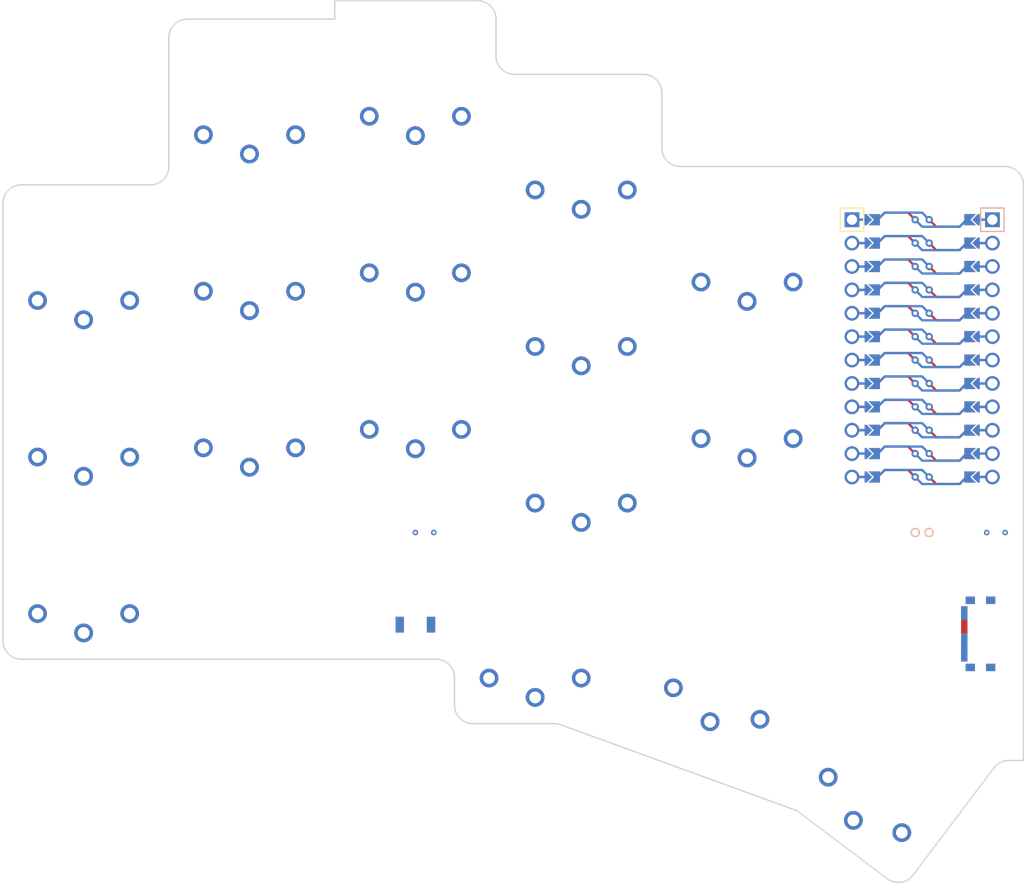
<source format=kicad_pcb>

            
(kicad_pcb (version 20171130) (host pcbnew 5.1.6)

  (page A3)
  (title_block
    (title main)
    (rev v1.0.0)
    (company Unknown)
  )

  (general
    (thickness 1.6)
  )

  (layers
    (0 F.Cu signal)
    (31 B.Cu signal)
    (32 B.Adhes user)
    (33 F.Adhes user)
    (34 B.Paste user)
    (35 F.Paste user)
    (36 B.SilkS user)
    (37 F.SilkS user)
    (38 B.Mask user)
    (39 F.Mask user)
    (40 Dwgs.User user)
    (41 Cmts.User user)
    (42 Eco1.User user)
    (43 Eco2.User user)
    (44 Edge.Cuts user)
    (45 Margin user)
    (46 B.CrtYd user)
    (47 F.CrtYd user)
    (48 B.Fab user)
    (49 F.Fab user)
  )

  (setup
    (last_trace_width 0.25)
    (trace_clearance 0.2)
    (zone_clearance 0.508)
    (zone_45_only no)
    (trace_min 0.2)
    (via_size 0.8)
    (via_drill 0.4)
    (via_min_size 0.4)
    (via_min_drill 0.3)
    (uvia_size 0.3)
    (uvia_drill 0.1)
    (uvias_allowed no)
    (uvia_min_size 0.2)
    (uvia_min_drill 0.1)
    (edge_width 0.05)
    (segment_width 0.2)
    (pcb_text_width 0.3)
    (pcb_text_size 1.5 1.5)
    (mod_edge_width 0.12)
    (mod_text_size 1 1)
    (mod_text_width 0.15)
    (pad_size 1.524 1.524)
    (pad_drill 0.762)
    (pad_to_mask_clearance 0.05)
    (aux_axis_origin 0 0)
    (visible_elements FFFFFF7F)
    (pcbplotparams
      (layerselection 0x010fc_ffffffff)
      (usegerberextensions false)
      (usegerberattributes true)
      (usegerberadvancedattributes true)
      (creategerberjobfile true)
      (excludeedgelayer true)
      (linewidth 0.100000)
      (plotframeref false)
      (viasonmask false)
      (mode 1)
      (useauxorigin false)
      (hpglpennumber 1)
      (hpglpenspeed 20)
      (hpglpendiameter 15.000000)
      (psnegative false)
      (psa4output false)
      (plotreference true)
      (plotvalue true)
      (plotinvisibletext false)
      (padsonsilk false)
      (subtractmaskfromsilk false)
      (outputformat 1)
      (mirror false)
      (drillshape 1)
      (scaleselection 1)
      (outputdirectory ""))
  )

            (net 0 "")
(net 1 "P15")
(net 2 "GND")
(net 3 "P0")
(net 4 "P1")
(net 5 "P14")
(net 6 "P16")
(net 7 "P10")
(net 8 "P9")
(net 9 "P8")
(net 10 "P7")
(net 11 "P5")
(net 12 "P4")
(net 13 "P3")
(net 14 "P6")
(net 15 "P2")
(net 16 "P18")
(net 17 "P19")
(net 18 "P20")
(net 19 "RAW")
(net 20 "RST")
(net 21 "VCC")
(net 22 "P21")
(net 23 "pos")
            
  (net_class Default "This is the default net class."
    (clearance 0.2)
    (trace_width 0.25)
    (via_dia 0.8)
    (via_drill 0.4)
    (uvia_dia 0.3)
    (uvia_drill 0.1)
    (add_net "")
(add_net "P15")
(add_net "GND")
(add_net "P0")
(add_net "P1")
(add_net "P14")
(add_net "P16")
(add_net "P10")
(add_net "P9")
(add_net "P8")
(add_net "P7")
(add_net "P5")
(add_net "P4")
(add_net "P3")
(add_net "P6")
(add_net "P2")
(add_net "P18")
(add_net "P19")
(add_net "P20")
(add_net "RAW")
(add_net "RST")
(add_net "VCC")
(add_net "P21")
(add_net "pos")
  )

            
        
      (module PG1350 (layer F.Cu) (tedit 5DD50112)
      (at 0 0 180)

      
      (fp_text reference "S1" (at 0 0) (layer F.SilkS) hide (effects (font (size 1.27 1.27) (thickness 0.15))))
      (fp_text value "" (at 0 0) (layer F.SilkS) hide (effects (font (size 1.27 1.27) (thickness 0.15))))

      
      (fp_line (start -7 -6) (end -7 -7) (layer Dwgs.User) (width 0.15))
      (fp_line (start -7 7) (end -6 7) (layer Dwgs.User) (width 0.15))
      (fp_line (start -6 -7) (end -7 -7) (layer Dwgs.User) (width 0.15))
      (fp_line (start -7 7) (end -7 6) (layer Dwgs.User) (width 0.15))
      (fp_line (start 7 6) (end 7 7) (layer Dwgs.User) (width 0.15))
      (fp_line (start 7 -7) (end 6 -7) (layer Dwgs.User) (width 0.15))
      (fp_line (start 6 7) (end 7 7) (layer Dwgs.User) (width 0.15))
      (fp_line (start 7 -7) (end 7 -6) (layer Dwgs.User) (width 0.15))      
      
      
      (pad "" np_thru_hole circle (at 0 0) (size 3.429 3.429) (drill 3.429) (layers *.Cu *.Mask))
        
      
      (pad "" np_thru_hole circle (at 5.5 0) (size 1.7018 1.7018) (drill 1.7018) (layers *.Cu *.Mask))
      (pad "" np_thru_hole circle (at -5.5 0) (size 1.7018 1.7018) (drill 1.7018) (layers *.Cu *.Mask))
      
        
      
      (fp_line (start -9 -8.5) (end 9 -8.5) (layer Dwgs.User) (width 0.15))
      (fp_line (start 9 -8.5) (end 9 8.5) (layer Dwgs.User) (width 0.15))
      (fp_line (start 9 8.5) (end -9 8.5) (layer Dwgs.User) (width 0.15))
      (fp_line (start -9 8.5) (end -9 -8.5) (layer Dwgs.User) (width 0.15))
      
        
            
            (pad 1 thru_hole circle (at 5 -3.8) (size 2.032 2.032) (drill 1.27) (layers *.Cu *.Mask) (net 1 "P15"))
            (pad 2 thru_hole circle (at 0 -5.9) (size 2.032 2.032) (drill 1.27) (layers *.Cu *.Mask) (net 2 "GND"))
          
        
            
            (pad 1 thru_hole circle (at -5 -3.8) (size 2.032 2.032) (drill 1.27) (layers *.Cu *.Mask) (net 1 "P15"))
            (pad 2 thru_hole circle (at -0 -5.9) (size 2.032 2.032) (drill 1.27) (layers *.Cu *.Mask) (net 2 "GND"))
          )
        

        
      (module PG1350 (layer F.Cu) (tedit 5DD50112)
      (at 0 -17 180)

      
      (fp_text reference "S2" (at 0 0) (layer F.SilkS) hide (effects (font (size 1.27 1.27) (thickness 0.15))))
      (fp_text value "" (at 0 0) (layer F.SilkS) hide (effects (font (size 1.27 1.27) (thickness 0.15))))

      
      (fp_line (start -7 -6) (end -7 -7) (layer Dwgs.User) (width 0.15))
      (fp_line (start -7 7) (end -6 7) (layer Dwgs.User) (width 0.15))
      (fp_line (start -6 -7) (end -7 -7) (layer Dwgs.User) (width 0.15))
      (fp_line (start -7 7) (end -7 6) (layer Dwgs.User) (width 0.15))
      (fp_line (start 7 6) (end 7 7) (layer Dwgs.User) (width 0.15))
      (fp_line (start 7 -7) (end 6 -7) (layer Dwgs.User) (width 0.15))
      (fp_line (start 6 7) (end 7 7) (layer Dwgs.User) (width 0.15))
      (fp_line (start 7 -7) (end 7 -6) (layer Dwgs.User) (width 0.15))      
      
      
      (pad "" np_thru_hole circle (at 0 0) (size 3.429 3.429) (drill 3.429) (layers *.Cu *.Mask))
        
      
      (pad "" np_thru_hole circle (at 5.5 0) (size 1.7018 1.7018) (drill 1.7018) (layers *.Cu *.Mask))
      (pad "" np_thru_hole circle (at -5.5 0) (size 1.7018 1.7018) (drill 1.7018) (layers *.Cu *.Mask))
      
        
      
      (fp_line (start -9 -8.5) (end 9 -8.5) (layer Dwgs.User) (width 0.15))
      (fp_line (start 9 -8.5) (end 9 8.5) (layer Dwgs.User) (width 0.15))
      (fp_line (start 9 8.5) (end -9 8.5) (layer Dwgs.User) (width 0.15))
      (fp_line (start -9 8.5) (end -9 -8.5) (layer Dwgs.User) (width 0.15))
      
        
            
            (pad 1 thru_hole circle (at 5 -3.8) (size 2.032 2.032) (drill 1.27) (layers *.Cu *.Mask) (net 3 "P0"))
            (pad 2 thru_hole circle (at 0 -5.9) (size 2.032 2.032) (drill 1.27) (layers *.Cu *.Mask) (net 2 "GND"))
          
        
            
            (pad 1 thru_hole circle (at -5 -3.8) (size 2.032 2.032) (drill 1.27) (layers *.Cu *.Mask) (net 3 "P0"))
            (pad 2 thru_hole circle (at -0 -5.9) (size 2.032 2.032) (drill 1.27) (layers *.Cu *.Mask) (net 2 "GND"))
          )
        

        
      (module PG1350 (layer F.Cu) (tedit 5DD50112)
      (at 0 -34 180)

      
      (fp_text reference "S3" (at 0 0) (layer F.SilkS) hide (effects (font (size 1.27 1.27) (thickness 0.15))))
      (fp_text value "" (at 0 0) (layer F.SilkS) hide (effects (font (size 1.27 1.27) (thickness 0.15))))

      
      (fp_line (start -7 -6) (end -7 -7) (layer Dwgs.User) (width 0.15))
      (fp_line (start -7 7) (end -6 7) (layer Dwgs.User) (width 0.15))
      (fp_line (start -6 -7) (end -7 -7) (layer Dwgs.User) (width 0.15))
      (fp_line (start -7 7) (end -7 6) (layer Dwgs.User) (width 0.15))
      (fp_line (start 7 6) (end 7 7) (layer Dwgs.User) (width 0.15))
      (fp_line (start 7 -7) (end 6 -7) (layer Dwgs.User) (width 0.15))
      (fp_line (start 6 7) (end 7 7) (layer Dwgs.User) (width 0.15))
      (fp_line (start 7 -7) (end 7 -6) (layer Dwgs.User) (width 0.15))      
      
      
      (pad "" np_thru_hole circle (at 0 0) (size 3.429 3.429) (drill 3.429) (layers *.Cu *.Mask))
        
      
      (pad "" np_thru_hole circle (at 5.5 0) (size 1.7018 1.7018) (drill 1.7018) (layers *.Cu *.Mask))
      (pad "" np_thru_hole circle (at -5.5 0) (size 1.7018 1.7018) (drill 1.7018) (layers *.Cu *.Mask))
      
        
      
      (fp_line (start -9 -8.5) (end 9 -8.5) (layer Dwgs.User) (width 0.15))
      (fp_line (start 9 -8.5) (end 9 8.5) (layer Dwgs.User) (width 0.15))
      (fp_line (start 9 8.5) (end -9 8.5) (layer Dwgs.User) (width 0.15))
      (fp_line (start -9 8.5) (end -9 -8.5) (layer Dwgs.User) (width 0.15))
      
        
            
            (pad 1 thru_hole circle (at 5 -3.8) (size 2.032 2.032) (drill 1.27) (layers *.Cu *.Mask) (net 4 "P1"))
            (pad 2 thru_hole circle (at 0 -5.9) (size 2.032 2.032) (drill 1.27) (layers *.Cu *.Mask) (net 2 "GND"))
          
        
            
            (pad 1 thru_hole circle (at -5 -3.8) (size 2.032 2.032) (drill 1.27) (layers *.Cu *.Mask) (net 4 "P1"))
            (pad 2 thru_hole circle (at -0 -5.9) (size 2.032 2.032) (drill 1.27) (layers *.Cu *.Mask) (net 2 "GND"))
          )
        

        
      (module PG1350 (layer F.Cu) (tedit 5DD50112)
      (at 18 -18 180)

      
      (fp_text reference "S4" (at 0 0) (layer F.SilkS) hide (effects (font (size 1.27 1.27) (thickness 0.15))))
      (fp_text value "" (at 0 0) (layer F.SilkS) hide (effects (font (size 1.27 1.27) (thickness 0.15))))

      
      (fp_line (start -7 -6) (end -7 -7) (layer Dwgs.User) (width 0.15))
      (fp_line (start -7 7) (end -6 7) (layer Dwgs.User) (width 0.15))
      (fp_line (start -6 -7) (end -7 -7) (layer Dwgs.User) (width 0.15))
      (fp_line (start -7 7) (end -7 6) (layer Dwgs.User) (width 0.15))
      (fp_line (start 7 6) (end 7 7) (layer Dwgs.User) (width 0.15))
      (fp_line (start 7 -7) (end 6 -7) (layer Dwgs.User) (width 0.15))
      (fp_line (start 6 7) (end 7 7) (layer Dwgs.User) (width 0.15))
      (fp_line (start 7 -7) (end 7 -6) (layer Dwgs.User) (width 0.15))      
      
      
      (pad "" np_thru_hole circle (at 0 0) (size 3.429 3.429) (drill 3.429) (layers *.Cu *.Mask))
        
      
      (pad "" np_thru_hole circle (at 5.5 0) (size 1.7018 1.7018) (drill 1.7018) (layers *.Cu *.Mask))
      (pad "" np_thru_hole circle (at -5.5 0) (size 1.7018 1.7018) (drill 1.7018) (layers *.Cu *.Mask))
      
        
      
      (fp_line (start -9 -8.5) (end 9 -8.5) (layer Dwgs.User) (width 0.15))
      (fp_line (start 9 -8.5) (end 9 8.5) (layer Dwgs.User) (width 0.15))
      (fp_line (start 9 8.5) (end -9 8.5) (layer Dwgs.User) (width 0.15))
      (fp_line (start -9 8.5) (end -9 -8.5) (layer Dwgs.User) (width 0.15))
      
        
            
            (pad 1 thru_hole circle (at 5 -3.8) (size 2.032 2.032) (drill 1.27) (layers *.Cu *.Mask) (net 5 "P14"))
            (pad 2 thru_hole circle (at 0 -5.9) (size 2.032 2.032) (drill 1.27) (layers *.Cu *.Mask) (net 2 "GND"))
          
        
            
            (pad 1 thru_hole circle (at -5 -3.8) (size 2.032 2.032) (drill 1.27) (layers *.Cu *.Mask) (net 5 "P14"))
            (pad 2 thru_hole circle (at -0 -5.9) (size 2.032 2.032) (drill 1.27) (layers *.Cu *.Mask) (net 2 "GND"))
          )
        

        
      (module PG1350 (layer F.Cu) (tedit 5DD50112)
      (at 18 -35 180)

      
      (fp_text reference "S5" (at 0 0) (layer F.SilkS) hide (effects (font (size 1.27 1.27) (thickness 0.15))))
      (fp_text value "" (at 0 0) (layer F.SilkS) hide (effects (font (size 1.27 1.27) (thickness 0.15))))

      
      (fp_line (start -7 -6) (end -7 -7) (layer Dwgs.User) (width 0.15))
      (fp_line (start -7 7) (end -6 7) (layer Dwgs.User) (width 0.15))
      (fp_line (start -6 -7) (end -7 -7) (layer Dwgs.User) (width 0.15))
      (fp_line (start -7 7) (end -7 6) (layer Dwgs.User) (width 0.15))
      (fp_line (start 7 6) (end 7 7) (layer Dwgs.User) (width 0.15))
      (fp_line (start 7 -7) (end 6 -7) (layer Dwgs.User) (width 0.15))
      (fp_line (start 6 7) (end 7 7) (layer Dwgs.User) (width 0.15))
      (fp_line (start 7 -7) (end 7 -6) (layer Dwgs.User) (width 0.15))      
      
      
      (pad "" np_thru_hole circle (at 0 0) (size 3.429 3.429) (drill 3.429) (layers *.Cu *.Mask))
        
      
      (pad "" np_thru_hole circle (at 5.5 0) (size 1.7018 1.7018) (drill 1.7018) (layers *.Cu *.Mask))
      (pad "" np_thru_hole circle (at -5.5 0) (size 1.7018 1.7018) (drill 1.7018) (layers *.Cu *.Mask))
      
        
      
      (fp_line (start -9 -8.5) (end 9 -8.5) (layer Dwgs.User) (width 0.15))
      (fp_line (start 9 -8.5) (end 9 8.5) (layer Dwgs.User) (width 0.15))
      (fp_line (start 9 8.5) (end -9 8.5) (layer Dwgs.User) (width 0.15))
      (fp_line (start -9 8.5) (end -9 -8.5) (layer Dwgs.User) (width 0.15))
      
        
            
            (pad 1 thru_hole circle (at 5 -3.8) (size 2.032 2.032) (drill 1.27) (layers *.Cu *.Mask) (net 6 "P16"))
            (pad 2 thru_hole circle (at 0 -5.9) (size 2.032 2.032) (drill 1.27) (layers *.Cu *.Mask) (net 2 "GND"))
          
        
            
            (pad 1 thru_hole circle (at -5 -3.8) (size 2.032 2.032) (drill 1.27) (layers *.Cu *.Mask) (net 6 "P16"))
            (pad 2 thru_hole circle (at -0 -5.9) (size 2.032 2.032) (drill 1.27) (layers *.Cu *.Mask) (net 2 "GND"))
          )
        

        
      (module PG1350 (layer F.Cu) (tedit 5DD50112)
      (at 18 -52 180)

      
      (fp_text reference "S6" (at 0 0) (layer F.SilkS) hide (effects (font (size 1.27 1.27) (thickness 0.15))))
      (fp_text value "" (at 0 0) (layer F.SilkS) hide (effects (font (size 1.27 1.27) (thickness 0.15))))

      
      (fp_line (start -7 -6) (end -7 -7) (layer Dwgs.User) (width 0.15))
      (fp_line (start -7 7) (end -6 7) (layer Dwgs.User) (width 0.15))
      (fp_line (start -6 -7) (end -7 -7) (layer Dwgs.User) (width 0.15))
      (fp_line (start -7 7) (end -7 6) (layer Dwgs.User) (width 0.15))
      (fp_line (start 7 6) (end 7 7) (layer Dwgs.User) (width 0.15))
      (fp_line (start 7 -7) (end 6 -7) (layer Dwgs.User) (width 0.15))
      (fp_line (start 6 7) (end 7 7) (layer Dwgs.User) (width 0.15))
      (fp_line (start 7 -7) (end 7 -6) (layer Dwgs.User) (width 0.15))      
      
      
      (pad "" np_thru_hole circle (at 0 0) (size 3.429 3.429) (drill 3.429) (layers *.Cu *.Mask))
        
      
      (pad "" np_thru_hole circle (at 5.5 0) (size 1.7018 1.7018) (drill 1.7018) (layers *.Cu *.Mask))
      (pad "" np_thru_hole circle (at -5.5 0) (size 1.7018 1.7018) (drill 1.7018) (layers *.Cu *.Mask))
      
        
      
      (fp_line (start -9 -8.5) (end 9 -8.5) (layer Dwgs.User) (width 0.15))
      (fp_line (start 9 -8.5) (end 9 8.5) (layer Dwgs.User) (width 0.15))
      (fp_line (start 9 8.5) (end -9 8.5) (layer Dwgs.User) (width 0.15))
      (fp_line (start -9 8.5) (end -9 -8.5) (layer Dwgs.User) (width 0.15))
      
        
            
            (pad 1 thru_hole circle (at 5 -3.8) (size 2.032 2.032) (drill 1.27) (layers *.Cu *.Mask) (net 7 "P10"))
            (pad 2 thru_hole circle (at 0 -5.9) (size 2.032 2.032) (drill 1.27) (layers *.Cu *.Mask) (net 2 "GND"))
          
        
            
            (pad 1 thru_hole circle (at -5 -3.8) (size 2.032 2.032) (drill 1.27) (layers *.Cu *.Mask) (net 7 "P10"))
            (pad 2 thru_hole circle (at -0 -5.9) (size 2.032 2.032) (drill 1.27) (layers *.Cu *.Mask) (net 2 "GND"))
          )
        

        
      (module PG1350 (layer F.Cu) (tedit 5DD50112)
      (at 36 -20 180)

      
      (fp_text reference "S7" (at 0 0) (layer F.SilkS) hide (effects (font (size 1.27 1.27) (thickness 0.15))))
      (fp_text value "" (at 0 0) (layer F.SilkS) hide (effects (font (size 1.27 1.27) (thickness 0.15))))

      
      (fp_line (start -7 -6) (end -7 -7) (layer Dwgs.User) (width 0.15))
      (fp_line (start -7 7) (end -6 7) (layer Dwgs.User) (width 0.15))
      (fp_line (start -6 -7) (end -7 -7) (layer Dwgs.User) (width 0.15))
      (fp_line (start -7 7) (end -7 6) (layer Dwgs.User) (width 0.15))
      (fp_line (start 7 6) (end 7 7) (layer Dwgs.User) (width 0.15))
      (fp_line (start 7 -7) (end 6 -7) (layer Dwgs.User) (width 0.15))
      (fp_line (start 6 7) (end 7 7) (layer Dwgs.User) (width 0.15))
      (fp_line (start 7 -7) (end 7 -6) (layer Dwgs.User) (width 0.15))      
      
      
      (pad "" np_thru_hole circle (at 0 0) (size 3.429 3.429) (drill 3.429) (layers *.Cu *.Mask))
        
      
      (pad "" np_thru_hole circle (at 5.5 0) (size 1.7018 1.7018) (drill 1.7018) (layers *.Cu *.Mask))
      (pad "" np_thru_hole circle (at -5.5 0) (size 1.7018 1.7018) (drill 1.7018) (layers *.Cu *.Mask))
      
        
      
      (fp_line (start -9 -8.5) (end 9 -8.5) (layer Dwgs.User) (width 0.15))
      (fp_line (start 9 -8.5) (end 9 8.5) (layer Dwgs.User) (width 0.15))
      (fp_line (start 9 8.5) (end -9 8.5) (layer Dwgs.User) (width 0.15))
      (fp_line (start -9 8.5) (end -9 -8.5) (layer Dwgs.User) (width 0.15))
      
        
            
            (pad 1 thru_hole circle (at 5 -3.8) (size 2.032 2.032) (drill 1.27) (layers *.Cu *.Mask) (net 8 "P9"))
            (pad 2 thru_hole circle (at 0 -5.9) (size 2.032 2.032) (drill 1.27) (layers *.Cu *.Mask) (net 2 "GND"))
          
        
            
            (pad 1 thru_hole circle (at -5 -3.8) (size 2.032 2.032) (drill 1.27) (layers *.Cu *.Mask) (net 8 "P9"))
            (pad 2 thru_hole circle (at -0 -5.9) (size 2.032 2.032) (drill 1.27) (layers *.Cu *.Mask) (net 2 "GND"))
          )
        

        
      (module PG1350 (layer F.Cu) (tedit 5DD50112)
      (at 36 -37 180)

      
      (fp_text reference "S8" (at 0 0) (layer F.SilkS) hide (effects (font (size 1.27 1.27) (thickness 0.15))))
      (fp_text value "" (at 0 0) (layer F.SilkS) hide (effects (font (size 1.27 1.27) (thickness 0.15))))

      
      (fp_line (start -7 -6) (end -7 -7) (layer Dwgs.User) (width 0.15))
      (fp_line (start -7 7) (end -6 7) (layer Dwgs.User) (width 0.15))
      (fp_line (start -6 -7) (end -7 -7) (layer Dwgs.User) (width 0.15))
      (fp_line (start -7 7) (end -7 6) (layer Dwgs.User) (width 0.15))
      (fp_line (start 7 6) (end 7 7) (layer Dwgs.User) (width 0.15))
      (fp_line (start 7 -7) (end 6 -7) (layer Dwgs.User) (width 0.15))
      (fp_line (start 6 7) (end 7 7) (layer Dwgs.User) (width 0.15))
      (fp_line (start 7 -7) (end 7 -6) (layer Dwgs.User) (width 0.15))      
      
      
      (pad "" np_thru_hole circle (at 0 0) (size 3.429 3.429) (drill 3.429) (layers *.Cu *.Mask))
        
      
      (pad "" np_thru_hole circle (at 5.5 0) (size 1.7018 1.7018) (drill 1.7018) (layers *.Cu *.Mask))
      (pad "" np_thru_hole circle (at -5.5 0) (size 1.7018 1.7018) (drill 1.7018) (layers *.Cu *.Mask))
      
        
      
      (fp_line (start -9 -8.5) (end 9 -8.5) (layer Dwgs.User) (width 0.15))
      (fp_line (start 9 -8.5) (end 9 8.5) (layer Dwgs.User) (width 0.15))
      (fp_line (start 9 8.5) (end -9 8.5) (layer Dwgs.User) (width 0.15))
      (fp_line (start -9 8.5) (end -9 -8.5) (layer Dwgs.User) (width 0.15))
      
        
            
            (pad 1 thru_hole circle (at 5 -3.8) (size 2.032 2.032) (drill 1.27) (layers *.Cu *.Mask) (net 9 "P8"))
            (pad 2 thru_hole circle (at 0 -5.9) (size 2.032 2.032) (drill 1.27) (layers *.Cu *.Mask) (net 2 "GND"))
          
        
            
            (pad 1 thru_hole circle (at -5 -3.8) (size 2.032 2.032) (drill 1.27) (layers *.Cu *.Mask) (net 9 "P8"))
            (pad 2 thru_hole circle (at -0 -5.9) (size 2.032 2.032) (drill 1.27) (layers *.Cu *.Mask) (net 2 "GND"))
          )
        

        
      (module PG1350 (layer F.Cu) (tedit 5DD50112)
      (at 36 -54 180)

      
      (fp_text reference "S9" (at 0 0) (layer F.SilkS) hide (effects (font (size 1.27 1.27) (thickness 0.15))))
      (fp_text value "" (at 0 0) (layer F.SilkS) hide (effects (font (size 1.27 1.27) (thickness 0.15))))

      
      (fp_line (start -7 -6) (end -7 -7) (layer Dwgs.User) (width 0.15))
      (fp_line (start -7 7) (end -6 7) (layer Dwgs.User) (width 0.15))
      (fp_line (start -6 -7) (end -7 -7) (layer Dwgs.User) (width 0.15))
      (fp_line (start -7 7) (end -7 6) (layer Dwgs.User) (width 0.15))
      (fp_line (start 7 6) (end 7 7) (layer Dwgs.User) (width 0.15))
      (fp_line (start 7 -7) (end 6 -7) (layer Dwgs.User) (width 0.15))
      (fp_line (start 6 7) (end 7 7) (layer Dwgs.User) (width 0.15))
      (fp_line (start 7 -7) (end 7 -6) (layer Dwgs.User) (width 0.15))      
      
      
      (pad "" np_thru_hole circle (at 0 0) (size 3.429 3.429) (drill 3.429) (layers *.Cu *.Mask))
        
      
      (pad "" np_thru_hole circle (at 5.5 0) (size 1.7018 1.7018) (drill 1.7018) (layers *.Cu *.Mask))
      (pad "" np_thru_hole circle (at -5.5 0) (size 1.7018 1.7018) (drill 1.7018) (layers *.Cu *.Mask))
      
        
      
      (fp_line (start -9 -8.5) (end 9 -8.5) (layer Dwgs.User) (width 0.15))
      (fp_line (start 9 -8.5) (end 9 8.5) (layer Dwgs.User) (width 0.15))
      (fp_line (start 9 8.5) (end -9 8.5) (layer Dwgs.User) (width 0.15))
      (fp_line (start -9 8.5) (end -9 -8.5) (layer Dwgs.User) (width 0.15))
      
        
            
            (pad 1 thru_hole circle (at 5 -3.8) (size 2.032 2.032) (drill 1.27) (layers *.Cu *.Mask) (net 10 "P7"))
            (pad 2 thru_hole circle (at 0 -5.9) (size 2.032 2.032) (drill 1.27) (layers *.Cu *.Mask) (net 2 "GND"))
          
        
            
            (pad 1 thru_hole circle (at -5 -3.8) (size 2.032 2.032) (drill 1.27) (layers *.Cu *.Mask) (net 10 "P7"))
            (pad 2 thru_hole circle (at -0 -5.9) (size 2.032 2.032) (drill 1.27) (layers *.Cu *.Mask) (net 2 "GND"))
          )
        

        
      (module PG1350 (layer F.Cu) (tedit 5DD50112)
      (at 54 -12 180)

      
      (fp_text reference "S10" (at 0 0) (layer F.SilkS) hide (effects (font (size 1.27 1.27) (thickness 0.15))))
      (fp_text value "" (at 0 0) (layer F.SilkS) hide (effects (font (size 1.27 1.27) (thickness 0.15))))

      
      (fp_line (start -7 -6) (end -7 -7) (layer Dwgs.User) (width 0.15))
      (fp_line (start -7 7) (end -6 7) (layer Dwgs.User) (width 0.15))
      (fp_line (start -6 -7) (end -7 -7) (layer Dwgs.User) (width 0.15))
      (fp_line (start -7 7) (end -7 6) (layer Dwgs.User) (width 0.15))
      (fp_line (start 7 6) (end 7 7) (layer Dwgs.User) (width 0.15))
      (fp_line (start 7 -7) (end 6 -7) (layer Dwgs.User) (width 0.15))
      (fp_line (start 6 7) (end 7 7) (layer Dwgs.User) (width 0.15))
      (fp_line (start 7 -7) (end 7 -6) (layer Dwgs.User) (width 0.15))      
      
      
      (pad "" np_thru_hole circle (at 0 0) (size 3.429 3.429) (drill 3.429) (layers *.Cu *.Mask))
        
      
      (pad "" np_thru_hole circle (at 5.5 0) (size 1.7018 1.7018) (drill 1.7018) (layers *.Cu *.Mask))
      (pad "" np_thru_hole circle (at -5.5 0) (size 1.7018 1.7018) (drill 1.7018) (layers *.Cu *.Mask))
      
        
      
      (fp_line (start -9 -8.5) (end 9 -8.5) (layer Dwgs.User) (width 0.15))
      (fp_line (start 9 -8.5) (end 9 8.5) (layer Dwgs.User) (width 0.15))
      (fp_line (start 9 8.5) (end -9 8.5) (layer Dwgs.User) (width 0.15))
      (fp_line (start -9 8.5) (end -9 -8.5) (layer Dwgs.User) (width 0.15))
      
        
            
            (pad 1 thru_hole circle (at 5 -3.8) (size 2.032 2.032) (drill 1.27) (layers *.Cu *.Mask) (net 11 "P5"))
            (pad 2 thru_hole circle (at 0 -5.9) (size 2.032 2.032) (drill 1.27) (layers *.Cu *.Mask) (net 2 "GND"))
          
        
            
            (pad 1 thru_hole circle (at -5 -3.8) (size 2.032 2.032) (drill 1.27) (layers *.Cu *.Mask) (net 11 "P5"))
            (pad 2 thru_hole circle (at -0 -5.9) (size 2.032 2.032) (drill 1.27) (layers *.Cu *.Mask) (net 2 "GND"))
          )
        

        
      (module PG1350 (layer F.Cu) (tedit 5DD50112)
      (at 54 -29 180)

      
      (fp_text reference "S11" (at 0 0) (layer F.SilkS) hide (effects (font (size 1.27 1.27) (thickness 0.15))))
      (fp_text value "" (at 0 0) (layer F.SilkS) hide (effects (font (size 1.27 1.27) (thickness 0.15))))

      
      (fp_line (start -7 -6) (end -7 -7) (layer Dwgs.User) (width 0.15))
      (fp_line (start -7 7) (end -6 7) (layer Dwgs.User) (width 0.15))
      (fp_line (start -6 -7) (end -7 -7) (layer Dwgs.User) (width 0.15))
      (fp_line (start -7 7) (end -7 6) (layer Dwgs.User) (width 0.15))
      (fp_line (start 7 6) (end 7 7) (layer Dwgs.User) (width 0.15))
      (fp_line (start 7 -7) (end 6 -7) (layer Dwgs.User) (width 0.15))
      (fp_line (start 6 7) (end 7 7) (layer Dwgs.User) (width 0.15))
      (fp_line (start 7 -7) (end 7 -6) (layer Dwgs.User) (width 0.15))      
      
      
      (pad "" np_thru_hole circle (at 0 0) (size 3.429 3.429) (drill 3.429) (layers *.Cu *.Mask))
        
      
      (pad "" np_thru_hole circle (at 5.5 0) (size 1.7018 1.7018) (drill 1.7018) (layers *.Cu *.Mask))
      (pad "" np_thru_hole circle (at -5.5 0) (size 1.7018 1.7018) (drill 1.7018) (layers *.Cu *.Mask))
      
        
      
      (fp_line (start -9 -8.5) (end 9 -8.5) (layer Dwgs.User) (width 0.15))
      (fp_line (start 9 -8.5) (end 9 8.5) (layer Dwgs.User) (width 0.15))
      (fp_line (start 9 8.5) (end -9 8.5) (layer Dwgs.User) (width 0.15))
      (fp_line (start -9 8.5) (end -9 -8.5) (layer Dwgs.User) (width 0.15))
      
        
            
            (pad 1 thru_hole circle (at 5 -3.8) (size 2.032 2.032) (drill 1.27) (layers *.Cu *.Mask) (net 12 "P4"))
            (pad 2 thru_hole circle (at 0 -5.9) (size 2.032 2.032) (drill 1.27) (layers *.Cu *.Mask) (net 2 "GND"))
          
        
            
            (pad 1 thru_hole circle (at -5 -3.8) (size 2.032 2.032) (drill 1.27) (layers *.Cu *.Mask) (net 12 "P4"))
            (pad 2 thru_hole circle (at -0 -5.9) (size 2.032 2.032) (drill 1.27) (layers *.Cu *.Mask) (net 2 "GND"))
          )
        

        
      (module PG1350 (layer F.Cu) (tedit 5DD50112)
      (at 54 -46 180)

      
      (fp_text reference "S12" (at 0 0) (layer F.SilkS) hide (effects (font (size 1.27 1.27) (thickness 0.15))))
      (fp_text value "" (at 0 0) (layer F.SilkS) hide (effects (font (size 1.27 1.27) (thickness 0.15))))

      
      (fp_line (start -7 -6) (end -7 -7) (layer Dwgs.User) (width 0.15))
      (fp_line (start -7 7) (end -6 7) (layer Dwgs.User) (width 0.15))
      (fp_line (start -6 -7) (end -7 -7) (layer Dwgs.User) (width 0.15))
      (fp_line (start -7 7) (end -7 6) (layer Dwgs.User) (width 0.15))
      (fp_line (start 7 6) (end 7 7) (layer Dwgs.User) (width 0.15))
      (fp_line (start 7 -7) (end 6 -7) (layer Dwgs.User) (width 0.15))
      (fp_line (start 6 7) (end 7 7) (layer Dwgs.User) (width 0.15))
      (fp_line (start 7 -7) (end 7 -6) (layer Dwgs.User) (width 0.15))      
      
      
      (pad "" np_thru_hole circle (at 0 0) (size 3.429 3.429) (drill 3.429) (layers *.Cu *.Mask))
        
      
      (pad "" np_thru_hole circle (at 5.5 0) (size 1.7018 1.7018) (drill 1.7018) (layers *.Cu *.Mask))
      (pad "" np_thru_hole circle (at -5.5 0) (size 1.7018 1.7018) (drill 1.7018) (layers *.Cu *.Mask))
      
        
      
      (fp_line (start -9 -8.5) (end 9 -8.5) (layer Dwgs.User) (width 0.15))
      (fp_line (start 9 -8.5) (end 9 8.5) (layer Dwgs.User) (width 0.15))
      (fp_line (start 9 8.5) (end -9 8.5) (layer Dwgs.User) (width 0.15))
      (fp_line (start -9 8.5) (end -9 -8.5) (layer Dwgs.User) (width 0.15))
      
        
            
            (pad 1 thru_hole circle (at 5 -3.8) (size 2.032 2.032) (drill 1.27) (layers *.Cu *.Mask) (net 13 "P3"))
            (pad 2 thru_hole circle (at 0 -5.9) (size 2.032 2.032) (drill 1.27) (layers *.Cu *.Mask) (net 2 "GND"))
          
        
            
            (pad 1 thru_hole circle (at -5 -3.8) (size 2.032 2.032) (drill 1.27) (layers *.Cu *.Mask) (net 13 "P3"))
            (pad 2 thru_hole circle (at -0 -5.9) (size 2.032 2.032) (drill 1.27) (layers *.Cu *.Mask) (net 2 "GND"))
          )
        

        
      (module PG1350 (layer F.Cu) (tedit 5DD50112)
      (at 72 -19 180)

      
      (fp_text reference "S13" (at 0 0) (layer F.SilkS) hide (effects (font (size 1.27 1.27) (thickness 0.15))))
      (fp_text value "" (at 0 0) (layer F.SilkS) hide (effects (font (size 1.27 1.27) (thickness 0.15))))

      
      (fp_line (start -7 -6) (end -7 -7) (layer Dwgs.User) (width 0.15))
      (fp_line (start -7 7) (end -6 7) (layer Dwgs.User) (width 0.15))
      (fp_line (start -6 -7) (end -7 -7) (layer Dwgs.User) (width 0.15))
      (fp_line (start -7 7) (end -7 6) (layer Dwgs.User) (width 0.15))
      (fp_line (start 7 6) (end 7 7) (layer Dwgs.User) (width 0.15))
      (fp_line (start 7 -7) (end 6 -7) (layer Dwgs.User) (width 0.15))
      (fp_line (start 6 7) (end 7 7) (layer Dwgs.User) (width 0.15))
      (fp_line (start 7 -7) (end 7 -6) (layer Dwgs.User) (width 0.15))      
      
      
      (pad "" np_thru_hole circle (at 0 0) (size 3.429 3.429) (drill 3.429) (layers *.Cu *.Mask))
        
      
      (pad "" np_thru_hole circle (at 5.5 0) (size 1.7018 1.7018) (drill 1.7018) (layers *.Cu *.Mask))
      (pad "" np_thru_hole circle (at -5.5 0) (size 1.7018 1.7018) (drill 1.7018) (layers *.Cu *.Mask))
      
        
      
      (fp_line (start -9 -8.5) (end 9 -8.5) (layer Dwgs.User) (width 0.15))
      (fp_line (start 9 -8.5) (end 9 8.5) (layer Dwgs.User) (width 0.15))
      (fp_line (start 9 8.5) (end -9 8.5) (layer Dwgs.User) (width 0.15))
      (fp_line (start -9 8.5) (end -9 -8.5) (layer Dwgs.User) (width 0.15))
      
        
            
            (pad 1 thru_hole circle (at 5 -3.8) (size 2.032 2.032) (drill 1.27) (layers *.Cu *.Mask) (net 14 "P6"))
            (pad 2 thru_hole circle (at 0 -5.9) (size 2.032 2.032) (drill 1.27) (layers *.Cu *.Mask) (net 2 "GND"))
          
        
            
            (pad 1 thru_hole circle (at -5 -3.8) (size 2.032 2.032) (drill 1.27) (layers *.Cu *.Mask) (net 14 "P6"))
            (pad 2 thru_hole circle (at -0 -5.9) (size 2.032 2.032) (drill 1.27) (layers *.Cu *.Mask) (net 2 "GND"))
          )
        

        
      (module PG1350 (layer F.Cu) (tedit 5DD50112)
      (at 72 -36 180)

      
      (fp_text reference "S14" (at 0 0) (layer F.SilkS) hide (effects (font (size 1.27 1.27) (thickness 0.15))))
      (fp_text value "" (at 0 0) (layer F.SilkS) hide (effects (font (size 1.27 1.27) (thickness 0.15))))

      
      (fp_line (start -7 -6) (end -7 -7) (layer Dwgs.User) (width 0.15))
      (fp_line (start -7 7) (end -6 7) (layer Dwgs.User) (width 0.15))
      (fp_line (start -6 -7) (end -7 -7) (layer Dwgs.User) (width 0.15))
      (fp_line (start -7 7) (end -7 6) (layer Dwgs.User) (width 0.15))
      (fp_line (start 7 6) (end 7 7) (layer Dwgs.User) (width 0.15))
      (fp_line (start 7 -7) (end 6 -7) (layer Dwgs.User) (width 0.15))
      (fp_line (start 6 7) (end 7 7) (layer Dwgs.User) (width 0.15))
      (fp_line (start 7 -7) (end 7 -6) (layer Dwgs.User) (width 0.15))      
      
      
      (pad "" np_thru_hole circle (at 0 0) (size 3.429 3.429) (drill 3.429) (layers *.Cu *.Mask))
        
      
      (pad "" np_thru_hole circle (at 5.5 0) (size 1.7018 1.7018) (drill 1.7018) (layers *.Cu *.Mask))
      (pad "" np_thru_hole circle (at -5.5 0) (size 1.7018 1.7018) (drill 1.7018) (layers *.Cu *.Mask))
      
        
      
      (fp_line (start -9 -8.5) (end 9 -8.5) (layer Dwgs.User) (width 0.15))
      (fp_line (start 9 -8.5) (end 9 8.5) (layer Dwgs.User) (width 0.15))
      (fp_line (start 9 8.5) (end -9 8.5) (layer Dwgs.User) (width 0.15))
      (fp_line (start -9 8.5) (end -9 -8.5) (layer Dwgs.User) (width 0.15))
      
        
            
            (pad 1 thru_hole circle (at 5 -3.8) (size 2.032 2.032) (drill 1.27) (layers *.Cu *.Mask) (net 15 "P2"))
            (pad 2 thru_hole circle (at 0 -5.9) (size 2.032 2.032) (drill 1.27) (layers *.Cu *.Mask) (net 2 "GND"))
          
        
            
            (pad 1 thru_hole circle (at -5 -3.8) (size 2.032 2.032) (drill 1.27) (layers *.Cu *.Mask) (net 15 "P2"))
            (pad 2 thru_hole circle (at -0 -5.9) (size 2.032 2.032) (drill 1.27) (layers *.Cu *.Mask) (net 2 "GND"))
          )
        

        
      (module PG1350 (layer F.Cu) (tedit 5DD50112)
      (at 49 7 180)

      
      (fp_text reference "S15" (at 0 0) (layer F.SilkS) hide (effects (font (size 1.27 1.27) (thickness 0.15))))
      (fp_text value "" (at 0 0) (layer F.SilkS) hide (effects (font (size 1.27 1.27) (thickness 0.15))))

      
      (fp_line (start -7 -6) (end -7 -7) (layer Dwgs.User) (width 0.15))
      (fp_line (start -7 7) (end -6 7) (layer Dwgs.User) (width 0.15))
      (fp_line (start -6 -7) (end -7 -7) (layer Dwgs.User) (width 0.15))
      (fp_line (start -7 7) (end -7 6) (layer Dwgs.User) (width 0.15))
      (fp_line (start 7 6) (end 7 7) (layer Dwgs.User) (width 0.15))
      (fp_line (start 7 -7) (end 6 -7) (layer Dwgs.User) (width 0.15))
      (fp_line (start 6 7) (end 7 7) (layer Dwgs.User) (width 0.15))
      (fp_line (start 7 -7) (end 7 -6) (layer Dwgs.User) (width 0.15))      
      
      
      (pad "" np_thru_hole circle (at 0 0) (size 3.429 3.429) (drill 3.429) (layers *.Cu *.Mask))
        
      
      (pad "" np_thru_hole circle (at 5.5 0) (size 1.7018 1.7018) (drill 1.7018) (layers *.Cu *.Mask))
      (pad "" np_thru_hole circle (at -5.5 0) (size 1.7018 1.7018) (drill 1.7018) (layers *.Cu *.Mask))
      
        
      
      (fp_line (start -9 -8.5) (end 9 -8.5) (layer Dwgs.User) (width 0.15))
      (fp_line (start 9 -8.5) (end 9 8.5) (layer Dwgs.User) (width 0.15))
      (fp_line (start 9 8.5) (end -9 8.5) (layer Dwgs.User) (width 0.15))
      (fp_line (start -9 8.5) (end -9 -8.5) (layer Dwgs.User) (width 0.15))
      
        
            
            (pad 1 thru_hole circle (at 5 -3.8) (size 2.032 2.032) (drill 1.27) (layers *.Cu *.Mask) (net 16 "P18"))
            (pad 2 thru_hole circle (at 0 -5.9) (size 2.032 2.032) (drill 1.27) (layers *.Cu *.Mask) (net 2 "GND"))
          
        
            
            (pad 1 thru_hole circle (at -5 -3.8) (size 2.032 2.032) (drill 1.27) (layers *.Cu *.Mask) (net 16 "P18"))
            (pad 2 thru_hole circle (at -0 -5.9) (size 2.032 2.032) (drill 1.27) (layers *.Cu *.Mask) (net 2 "GND"))
          )
        

        
      (module PG1350 (layer F.Cu) (tedit 5DD50112)
      (at 70 10 160)

      
      (fp_text reference "S16" (at 0 0) (layer F.SilkS) hide (effects (font (size 1.27 1.27) (thickness 0.15))))
      (fp_text value "" (at 0 0) (layer F.SilkS) hide (effects (font (size 1.27 1.27) (thickness 0.15))))

      
      (fp_line (start -7 -6) (end -7 -7) (layer Dwgs.User) (width 0.15))
      (fp_line (start -7 7) (end -6 7) (layer Dwgs.User) (width 0.15))
      (fp_line (start -6 -7) (end -7 -7) (layer Dwgs.User) (width 0.15))
      (fp_line (start -7 7) (end -7 6) (layer Dwgs.User) (width 0.15))
      (fp_line (start 7 6) (end 7 7) (layer Dwgs.User) (width 0.15))
      (fp_line (start 7 -7) (end 6 -7) (layer Dwgs.User) (width 0.15))
      (fp_line (start 6 7) (end 7 7) (layer Dwgs.User) (width 0.15))
      (fp_line (start 7 -7) (end 7 -6) (layer Dwgs.User) (width 0.15))      
      
      
      (pad "" np_thru_hole circle (at 0 0) (size 3.429 3.429) (drill 3.429) (layers *.Cu *.Mask))
        
      
      (pad "" np_thru_hole circle (at 5.5 0) (size 1.7018 1.7018) (drill 1.7018) (layers *.Cu *.Mask))
      (pad "" np_thru_hole circle (at -5.5 0) (size 1.7018 1.7018) (drill 1.7018) (layers *.Cu *.Mask))
      
        
      
      (fp_line (start -9 -8.5) (end 9 -8.5) (layer Dwgs.User) (width 0.15))
      (fp_line (start 9 -8.5) (end 9 8.5) (layer Dwgs.User) (width 0.15))
      (fp_line (start 9 8.5) (end -9 8.5) (layer Dwgs.User) (width 0.15))
      (fp_line (start -9 8.5) (end -9 -8.5) (layer Dwgs.User) (width 0.15))
      
        
            
            (pad 1 thru_hole circle (at 5 -3.8) (size 2.032 2.032) (drill 1.27) (layers *.Cu *.Mask) (net 17 "P19"))
            (pad 2 thru_hole circle (at 0 -5.9) (size 2.032 2.032) (drill 1.27) (layers *.Cu *.Mask) (net 2 "GND"))
          
        
            
            (pad 1 thru_hole circle (at -5 -3.8) (size 2.032 2.032) (drill 1.27) (layers *.Cu *.Mask) (net 17 "P19"))
            (pad 2 thru_hole circle (at -0 -5.9) (size 2.032 2.032) (drill 1.27) (layers *.Cu *.Mask) (net 2 "GND"))
          )
        

        
      (module PG1350 (layer F.Cu) (tedit 5DD50112)
      (at 87.0837517 21.538866 143)

      
      (fp_text reference "S17" (at 0 0) (layer F.SilkS) hide (effects (font (size 1.27 1.27) (thickness 0.15))))
      (fp_text value "" (at 0 0) (layer F.SilkS) hide (effects (font (size 1.27 1.27) (thickness 0.15))))

      
      (fp_line (start -7 -6) (end -7 -7) (layer Dwgs.User) (width 0.15))
      (fp_line (start -7 7) (end -6 7) (layer Dwgs.User) (width 0.15))
      (fp_line (start -6 -7) (end -7 -7) (layer Dwgs.User) (width 0.15))
      (fp_line (start -7 7) (end -7 6) (layer Dwgs.User) (width 0.15))
      (fp_line (start 7 6) (end 7 7) (layer Dwgs.User) (width 0.15))
      (fp_line (start 7 -7) (end 6 -7) (layer Dwgs.User) (width 0.15))
      (fp_line (start 6 7) (end 7 7) (layer Dwgs.User) (width 0.15))
      (fp_line (start 7 -7) (end 7 -6) (layer Dwgs.User) (width 0.15))      
      
      
      (pad "" np_thru_hole circle (at 0 0) (size 3.429 3.429) (drill 3.429) (layers *.Cu *.Mask))
        
      
      (pad "" np_thru_hole circle (at 5.5 0) (size 1.7018 1.7018) (drill 1.7018) (layers *.Cu *.Mask))
      (pad "" np_thru_hole circle (at -5.5 0) (size 1.7018 1.7018) (drill 1.7018) (layers *.Cu *.Mask))
      
        
      
      (fp_line (start -9 -8.5) (end 9 -8.5) (layer Dwgs.User) (width 0.15))
      (fp_line (start 9 -8.5) (end 9 8.5) (layer Dwgs.User) (width 0.15))
      (fp_line (start 9 8.5) (end -9 8.5) (layer Dwgs.User) (width 0.15))
      (fp_line (start -9 8.5) (end -9 -8.5) (layer Dwgs.User) (width 0.15))
      
        
            
            (pad 1 thru_hole circle (at 5 -3.8) (size 2.032 2.032) (drill 1.27) (layers *.Cu *.Mask) (net 18 "P20"))
            (pad 2 thru_hole circle (at 0 -5.9) (size 2.032 2.032) (drill 1.27) (layers *.Cu *.Mask) (net 2 "GND"))
          
        
            
            (pad 1 thru_hole circle (at -5 -3.8) (size 2.032 2.032) (drill 1.27) (layers *.Cu *.Mask) (net 18 "P20"))
            (pad 2 thru_hole circle (at -0 -5.9) (size 2.032 2.032) (drill 1.27) (layers *.Cu *.Mask) (net 2 "GND"))
          )
        

    (module ProMicro (layer F.Cu) (tedit 6135B927)
      (at 91 -25 -90)

    
    (descr "Solder-jumper reversible Pro Micro footprint")
    (tags "promicro ProMicro reversible solder jumper")
    (fp_text reference "MCU1" (at -16.256 -0.254 0) (layer F.SilkS) hide
      (effects (font (size 1 1) (thickness 0.15)))
    )

    
    (fp_line (start -15.24 6.35) (end -12.7 6.35) (layer F.SilkS) (width 0.15))
    (fp_line (start -15.24 6.35) (end -15.24 8.89) (layer F.SilkS) (width 0.15))
    (fp_line (start -12.7 6.35) (end -12.7 8.89) (layer F.SilkS) (width 0.15))
    (fp_line (start -12.7 8.89) (end -15.24 8.89) (layer F.SilkS) (width 0.15))
    (fp_line (start -15.24 -6.35) (end -12.7 -6.35) (layer B.SilkS) (width 0.15))
    (fp_line (start -15.24 -6.35) (end -15.24 -8.89) (layer B.SilkS) (width 0.15))
    (fp_line (start -12.7 -6.35) (end -12.7 -8.89) (layer B.SilkS) (width 0.15))
    (fp_line (start -12.7 -8.89) (end -15.24 -8.89) (layer B.SilkS) (width 0.15))

    
    (fp_line (start -19.304 -3.81) (end -14.224 -3.81) (layer Dwgs.User) (width 0.15))
    (fp_line (start -19.304 3.81) (end -19.304 -3.81) (layer Dwgs.User) (width 0.15))
    (fp_line (start -14.224 3.81) (end -19.304 3.81) (layer Dwgs.User) (width 0.15))
    (fp_line (start -14.224 -3.81) (end -14.224 3.81) (layer Dwgs.User) (width 0.15))

    (fp_circle (center 13.97 0.762) (end 14.095 0.762) (layer B.Mask) (width 0.25))
    (fp_circle (center 13.97 0.762) (end 14.095 0.762) (layer F.Mask) (width 0.25))
    (fp_circle (center 13.97 -0.762) (end 14.095 -0.762) (layer B.Mask) (width 0.25))
    (fp_circle (center 13.97 -0.762) (end 14.095 -0.762) (layer F.Mask) (width 0.25))
    (fp_circle (center 11.43 0.762) (end 11.555 0.762) (layer B.Mask) (width 0.25))
    (fp_circle (center 11.43 0.762) (end 11.555 0.762) (layer F.Mask) (width 0.25))
    (fp_circle (center 11.43 -0.762) (end 11.555 -0.762) (layer B.Mask) (width 0.25))
    (fp_circle (center 11.43 -0.762) (end 11.555 -0.762) (layer F.Mask) (width 0.25))
    (fp_circle (center 8.89 0.762) (end 9.015 0.762) (layer B.Mask) (width 0.25))
    (fp_circle (center 8.89 0.762) (end 9.015 0.762) (layer F.Mask) (width 0.25))
    (fp_circle (center 8.89 -0.762) (end 9.015 -0.762) (layer B.Mask) (width 0.25))
    (fp_circle (center 8.89 -0.762) (end 9.015 -0.762) (layer F.Mask) (width 0.25))
    (fp_circle (center 6.35 0.762) (end 6.475 0.762) (layer B.Mask) (width 0.25))
    (fp_circle (center 6.35 0.762) (end 6.475 0.762) (layer F.Mask) (width 0.25))
    (fp_circle (center 6.35 -0.762) (end 6.475 -0.762) (layer B.Mask) (width 0.25))
    (fp_circle (center 6.35 -0.762) (end 6.475 -0.762) (layer F.Mask) (width 0.25))
    (fp_circle (center 3.81 0.762) (end 3.935 0.762) (layer B.Mask) (width 0.25))
    (fp_circle (center 3.81 0.762) (end 3.935 0.762) (layer F.Mask) (width 0.25))
    (fp_circle (center 3.81 -0.762) (end 3.935 -0.762) (layer B.Mask) (width 0.25))
    (fp_circle (center 3.81 -0.762) (end 3.935 -0.762) (layer F.Mask) (width 0.25))
    (fp_circle (center 1.27 0.762) (end 1.395 0.762) (layer B.Mask) (width 0.25))
    (fp_circle (center 1.27 0.762) (end 1.395 0.762) (layer F.Mask) (width 0.25))
    (fp_circle (center 1.27 -0.762) (end 1.395 -0.762) (layer B.Mask) (width 0.25))
    (fp_circle (center 1.27 -0.762) (end 1.395 -0.762) (layer F.Mask) (width 0.25))
    (fp_circle (center -1.27 0.762) (end -1.145 0.762) (layer B.Mask) (width 0.25))
    (fp_circle (center -1.27 0.762) (end -1.145 0.762) (layer F.Mask) (width 0.25))
    (fp_circle (center -1.27 -0.762) (end -1.145 -0.762) (layer B.Mask) (width 0.25))
    (fp_circle (center -1.27 -0.762) (end -1.145 -0.762) (layer F.Mask) (width 0.25))
    (fp_circle (center -3.81 0.762) (end -3.685 0.762) (layer B.Mask) (width 0.25))
    (fp_circle (center -3.81 0.762) (end -3.685 0.762) (layer F.Mask) (width 0.25))
    (fp_circle (center -3.81 -0.762) (end -3.685 -0.762) (layer B.Mask) (width 0.25))
    (fp_circle (center -3.81 -0.762) (end -3.685 -0.762) (layer F.Mask) (width 0.25))
    (fp_circle (center -6.35 0.762) (end -6.225 0.762) (layer B.Mask) (width 0.25))
    (fp_circle (center -6.35 0.762) (end -6.225 0.762) (layer F.Mask) (width 0.25))
    (fp_circle (center -6.35 -0.762) (end -6.225 -0.762) (layer B.Mask) (width 0.25))
    (fp_circle (center -6.35 -0.762) (end -6.225 -0.762) (layer F.Mask) (width 0.25))
    (fp_circle (center -8.89 0.762) (end -8.765 0.762) (layer B.Mask) (width 0.25))
    (fp_circle (center -8.89 0.762) (end -8.765 0.762) (layer F.Mask) (width 0.25))
    (fp_circle (center -8.89 -0.762) (end -8.765 -0.762) (layer B.Mask) (width 0.25))
    (fp_circle (center -8.89 -0.762) (end -8.765 -0.762) (layer F.Mask) (width 0.25))
    (fp_circle (center -11.43 -0.762) (end -11.305 -0.762) (layer B.Mask) (width 0.25))
    (fp_circle (center -11.43 -0.762) (end -11.305 -0.762) (layer F.Mask) (width 0.25))
    (fp_circle (center -11.43 0.762) (end -11.305 0.762) (layer B.Mask) (width 0.25))
    (fp_circle (center -11.43 0.762) (end -11.305 0.762) (layer F.Mask) (width 0.25))
    (fp_circle (center -13.97 0.762) (end -13.845 0.762) (layer B.Mask) (width 0.25))
    (fp_circle (center -13.97 0.762) (end -13.845 0.762) (layer F.Mask) (width 0.25))
    (fp_circle (center -13.97 -0.762) (end -13.845 -0.762) (layer B.Mask) (width 0.25))
    (fp_circle (center -13.97 -0.762) (end -13.845 -0.762) (layer F.Mask) (width 0.25))
    (fp_poly (pts (xy 14.478 -5.08) (xy 13.462 -5.08) (xy 13.462 -6.096) (xy 14.478 -6.096)) (layer B.Mask) (width 0.1))
    (fp_poly (pts (xy 11.938 -5.08) (xy 10.922 -5.08) (xy 10.922 -6.096) (xy 11.938 -6.096)) (layer B.Mask) (width 0.1))
    (fp_poly (pts (xy 9.398 -5.08) (xy 8.382 -5.08) (xy 8.382 -6.096) (xy 9.398 -6.096)) (layer B.Mask) (width 0.1))
    (fp_poly (pts (xy 6.858 -5.08) (xy 5.842 -5.08) (xy 5.842 -6.096) (xy 6.858 -6.096)) (layer B.Mask) (width 0.1))
    (fp_poly (pts (xy 4.318 -5.08) (xy 3.302 -5.08) (xy 3.302 -6.096) (xy 4.318 -6.096)) (layer B.Mask) (width 0.1))
    (fp_poly (pts (xy 1.778 -5.08) (xy 0.762 -5.08) (xy 0.762 -6.096) (xy 1.778 -6.096)) (layer B.Mask) (width 0.1))
    (fp_poly (pts (xy -0.762 -5.08) (xy -1.778 -5.08) (xy -1.778 -6.096) (xy -0.762 -6.096)) (layer B.Mask) (width 0.1))
    (fp_poly (pts (xy -3.302 -5.08) (xy -4.318 -5.08) (xy -4.318 -6.096) (xy -3.302 -6.096)) (layer B.Mask) (width 0.1))
    (fp_poly (pts (xy -5.842 -5.08) (xy -6.858 -5.08) (xy -6.858 -6.096) (xy -5.842 -6.096)) (layer B.Mask) (width 0.1))
    (fp_poly (pts (xy -8.382 -5.08) (xy -9.398 -5.08) (xy -9.398 -6.096) (xy -8.382 -6.096)) (layer B.Mask) (width 0.1))
    (fp_poly (pts (xy -10.922 -5.08) (xy -11.938 -5.08) (xy -11.938 -6.096) (xy -10.922 -6.096)) (layer B.Mask) (width 0.1))
    (fp_poly (pts (xy -13.462 -5.08) (xy -14.478 -5.08) (xy -14.478 -6.096) (xy -13.462 -6.096)) (layer B.Mask) (width 0.1))
    (fp_poly (pts (xy 13.462 5.08) (xy 14.478 5.08) (xy 14.478 6.096) (xy 13.462 6.096)) (layer B.Mask) (width 0.1))
    (fp_poly (pts (xy 10.922 5.08) (xy 11.938 5.08) (xy 11.938 6.096) (xy 10.922 6.096)) (layer B.Mask) (width 0.1))
    (fp_poly (pts (xy 8.382 5.08) (xy 9.398 5.08) (xy 9.398 6.096) (xy 8.382 6.096)) (layer B.Mask) (width 0.1))
    (fp_poly (pts (xy 5.842 5.08) (xy 6.858 5.08) (xy 6.858 6.096) (xy 5.842 6.096)) (layer B.Mask) (width 0.1))
    (fp_poly (pts (xy 3.302 5.08) (xy 4.318 5.08) (xy 4.318 6.096) (xy 3.302 6.096)) (layer B.Mask) (width 0.1))
    (fp_poly (pts (xy 0.762 5.08) (xy 1.778 5.08) (xy 1.778 6.096) (xy 0.762 6.096)) (layer B.Mask) (width 0.1))
    (fp_poly (pts (xy -1.778 5.08) (xy -0.762 5.08) (xy -0.762 6.096) (xy -1.778 6.096)) (layer B.Mask) (width 0.1))
    (fp_poly (pts (xy -4.318 5.08) (xy -3.302 5.08) (xy -3.302 6.096) (xy -4.318 6.096)) (layer B.Mask) (width 0.1))
    (fp_poly (pts (xy -6.858 5.08) (xy -5.842 5.08) (xy -5.842 6.096) (xy -6.858 6.096)) (layer B.Mask) (width 0.1))
    (fp_poly (pts (xy -9.398 5.08) (xy -8.382 5.08) (xy -8.382 6.096) (xy -9.398 6.096)) (layer B.Mask) (width 0.1))
    (fp_poly (pts (xy -11.938 5.08) (xy -10.922 5.08) (xy -10.922 6.096) (xy -11.938 6.096)) (layer B.Mask) (width 0.1))
    (fp_poly (pts (xy -14.478 5.08) (xy -13.462 5.08) (xy -13.462 6.096) (xy -14.478 6.096)) (layer B.Mask) (width 0.1))
    (fp_poly (pts (xy -13.462 -5.08) (xy -14.478 -5.08) (xy -14.478 -6.096) (xy -13.462 -6.096)) (layer F.Mask) (width 0.1))
    (fp_poly (pts (xy 1.778 -5.08) (xy 0.762 -5.08) (xy 0.762 -6.096) (xy 1.778 -6.096)) (layer F.Mask) (width 0.1))
    (fp_poly (pts (xy -10.922 -5.08) (xy -11.938 -5.08) (xy -11.938 -6.096) (xy -10.922 -6.096)) (layer F.Mask) (width 0.1))
    (fp_poly (pts (xy -8.382 -5.08) (xy -9.398 -5.08) (xy -9.398 -6.096) (xy -8.382 -6.096)) (layer F.Mask) (width 0.1))
    (fp_poly (pts (xy -3.302 -5.08) (xy -4.318 -5.08) (xy -4.318 -6.096) (xy -3.302 -6.096)) (layer F.Mask) (width 0.1))
    (fp_poly (pts (xy -0.762 -5.08) (xy -1.778 -5.08) (xy -1.778 -6.096) (xy -0.762 -6.096)) (layer F.Mask) (width 0.1))
    (fp_poly (pts (xy 6.858 -5.08) (xy 5.842 -5.08) (xy 5.842 -6.096) (xy 6.858 -6.096)) (layer F.Mask) (width 0.1))
    (fp_poly (pts (xy 11.938 -5.08) (xy 10.922 -5.08) (xy 10.922 -6.096) (xy 11.938 -6.096)) (layer F.Mask) (width 0.1))
    (fp_poly (pts (xy -5.842 -5.08) (xy -6.858 -5.08) (xy -6.858 -6.096) (xy -5.842 -6.096)) (layer F.Mask) (width 0.1))
    (fp_poly (pts (xy 4.318 -5.08) (xy 3.302 -5.08) (xy 3.302 -6.096) (xy 4.318 -6.096)) (layer F.Mask) (width 0.1))
    (fp_poly (pts (xy 9.398 -5.08) (xy 8.382 -5.08) (xy 8.382 -6.096) (xy 9.398 -6.096)) (layer F.Mask) (width 0.1))
    (fp_poly (pts (xy 14.478 -5.08) (xy 13.462 -5.08) (xy 13.462 -6.096) (xy 14.478 -6.096)) (layer F.Mask) (width 0.1))
    (fp_poly (pts (xy 13.462 5.08) (xy 14.478 5.08) (xy 14.478 6.096) (xy 13.462 6.096)) (layer F.Mask) (width 0.1))
    (fp_poly (pts (xy 10.922 5.08) (xy 11.938 5.08) (xy 11.938 6.096) (xy 10.922 6.096)) (layer F.Mask) (width 0.1))
    (fp_poly (pts (xy 8.382 5.08) (xy 9.398 5.08) (xy 9.398 6.096) (xy 8.382 6.096)) (layer F.Mask) (width 0.1))
    (fp_poly (pts (xy 5.842 5.08) (xy 6.858 5.08) (xy 6.858 6.096) (xy 5.842 6.096)) (layer F.Mask) (width 0.1))
    (fp_poly (pts (xy 3.302 5.08) (xy 4.318 5.08) (xy 4.318 6.096) (xy 3.302 6.096)) (layer F.Mask) (width 0.1))
    (fp_poly (pts (xy 0.762 5.08) (xy 1.778 5.08) (xy 1.778 6.096) (xy 0.762 6.096)) (layer F.Mask) (width 0.1))
    (fp_poly (pts (xy -1.778 5.08) (xy -0.762 5.08) (xy -0.762 6.096) (xy -1.778 6.096)) (layer F.Mask) (width 0.1))
    (fp_poly (pts (xy -4.318 5.08) (xy -3.302 5.08) (xy -3.302 6.096) (xy -4.318 6.096)) (layer F.Mask) (width 0.1))
    (fp_poly (pts (xy -6.858 5.08) (xy -5.842 5.08) (xy -5.842 6.096) (xy -6.858 6.096)) (layer F.Mask) (width 0.1))
    (fp_poly (pts (xy -9.398 5.08) (xy -8.382 5.08) (xy -8.382 6.096) (xy -9.398 6.096)) (layer F.Mask) (width 0.1))
    (fp_poly (pts (xy -11.938 5.08) (xy -10.922 5.08) (xy -10.922 6.096) (xy -11.938 6.096)) (layer F.Mask) (width 0.1))
    (fp_poly (pts (xy -14.478 5.08) (xy -13.462 5.08) (xy -13.462 6.096) (xy -14.478 6.096)) (layer F.Mask) (width 0.1))
    (pad 2 smd custom (at -11.43 -0.762 -90) (size 0.25 0.25) (layers F.Cu)
      (zone_connect 0)
      (options (clearance outline) (anchor circle))
      (primitives
        (gr_line (start 0 0) (end 0.766 -0.766) (width 0.25))
        (gr_line (start 0.766 -0.766) (end 0.766 -3.298) (width 0.25))
        (gr_line (start 0.766 -3.298) (end 0 -4.064) (width 0.25))
      ) (net 2 "GND"))
    (pad "" thru_hole circle (at -13.97 7.62) (size 1.6 1.6) (drill 1.1) (layers *.Cu *.Mask)
      (zone_connect 0))
    (pad "" thru_hole circle (at -11.43 7.62) (size 1.6 1.6) (drill 1.1) (layers *.Cu *.Mask))
    (pad "" thru_hole circle (at -8.89 7.62) (size 1.6 1.6) (drill 1.1) (layers *.Cu *.Mask))
    (pad "" thru_hole circle (at -6.35 7.62) (size 1.6 1.6) (drill 1.1) (layers *.Cu *.Mask))
    (pad "" thru_hole circle (at -3.81 7.62) (size 1.6 1.6) (drill 1.1) (layers *.Cu *.Mask))
    (pad "" thru_hole circle (at -1.27 7.62) (size 1.6 1.6) (drill 1.1) (layers *.Cu *.Mask))
    (pad "" thru_hole circle (at 1.27 7.62) (size 1.6 1.6) (drill 1.1) (layers *.Cu *.Mask))
    (pad "" thru_hole circle (at 3.81 7.62) (size 1.6 1.6) (drill 1.1) (layers *.Cu *.Mask))
    (pad "" thru_hole circle (at 6.35 7.62) (size 1.6 1.6) (drill 1.1) (layers *.Cu *.Mask))
    (pad "" thru_hole circle (at 8.89 7.62) (size 1.6 1.6) (drill 1.1) (layers *.Cu *.Mask))
    (pad "" thru_hole circle (at 11.43 7.62) (size 1.6 1.6) (drill 1.1) (layers *.Cu *.Mask))
    (pad "" thru_hole circle (at 13.97 7.62) (size 1.6 1.6) (drill 1.1) (layers *.Cu *.Mask))
    (pad "" thru_hole circle (at 13.97 -7.62) (size 1.6 1.6) (drill 1.1) (layers *.Cu *.Mask))
    (pad "" thru_hole circle (at 11.43 -7.62) (size 1.6 1.6) (drill 1.1) (layers *.Cu *.Mask))
    (pad "" thru_hole circle (at 8.89 -7.62) (size 1.6 1.6) (drill 1.1) (layers *.Cu *.Mask))
    (pad "" thru_hole circle (at 6.35 -7.62) (size 1.6 1.6) (drill 1.1) (layers *.Cu *.Mask))
    (pad "" thru_hole circle (at 3.81 -7.62) (size 1.6 1.6) (drill 1.1) (layers *.Cu *.Mask))
    (pad "" thru_hole circle (at 1.27 -7.62) (size 1.6 1.6) (drill 1.1) (layers *.Cu *.Mask))
    (pad "" thru_hole circle (at -1.27 -7.62) (size 1.6 1.6) (drill 1.1) (layers *.Cu *.Mask))
    (pad "" thru_hole circle (at -3.81 -7.62) (size 1.6 1.6) (drill 1.1) (layers *.Cu *.Mask))
    (pad "" thru_hole circle (at -6.35 -7.62) (size 1.6 1.6) (drill 1.1) (layers *.Cu *.Mask))
    (pad "" thru_hole circle (at -8.89 -7.62) (size 1.6 1.6) (drill 1.1) (layers *.Cu *.Mask))
    (pad "" thru_hole circle (at -11.43 -7.62) (size 1.6 1.6) (drill 1.1) (layers *.Cu *.Mask))
    (pad "" thru_hole circle (at -13.97 -7.62) (size 1.6 1.6) (drill 1.1) (layers *.Cu *.Mask))
    (pad "" smd custom (at -13.97 5.842 90) (size 0.1 0.1) (layers F.Cu F.Mask)
      (clearance 0.1) (zone_connect 0)
      (options (clearance outline) (anchor rect))
      (primitives
        (gr_poly (pts
          (xy 0.6 -0.4) (xy -0.6 -0.4) (xy -0.6 -0.2) (xy 0 0.4) (xy 0.6 -0.2)
  ) (width 0))
      ))
    (pad 24 smd custom (at -13.97 4.826 90) (size 1.2 0.5) (layers F.Cu F.Mask) (net 4 "P1")
      (clearance 0.1) (zone_connect 0)
      (options (clearance outline) (anchor rect))
      (primitives
        (gr_poly (pts
          (xy 0.6 0) (xy -0.6 0) (xy -0.6 -1) (xy 0 -0.4) (xy 0.6 -1)
  ) (width 0))
      ))
    (pad "" smd custom (at -13.97 6.35 90) (size 0.25 1) (layers F.Cu)
      (zone_connect 0)
      (options (clearance outline) (anchor rect))
      (primitives
      ))
    (pad "" thru_hole rect (at -13.97 7.62 -90) (size 1.6 1.6) (drill 1.1) (layers F.Cu F.Mask)
      (zone_connect 0))
    (pad "" thru_hole rect (at -13.97 -7.62 -90) (size 1.6 1.6) (drill 1.1) (layers B.Cu B.Mask)
      (zone_connect 0))
    (pad "" smd custom (at -11.43 6.35 90) (size 0.25 1) (layers F.Cu)
      (zone_connect 0)
      (options (clearance outline) (anchor rect))
      (primitives
      ))
    (pad "" smd custom (at -11.43 5.842 90) (size 0.1 0.1) (layers F.Cu F.Mask)
      (clearance 0.1) (zone_connect 0)
      (options (clearance outline) (anchor rect))
      (primitives
        (gr_poly (pts
          (xy 0.6 -0.4) (xy -0.6 -0.4) (xy -0.6 -0.2) (xy 0 0.4) (xy 0.6 -0.2)
  ) (width 0))
      ))
    (pad 23 smd custom (at -11.43 4.826 90) (size 1.2 0.5) (layers F.Cu F.Mask) (net 3 "P0")
      (clearance 0.1) (zone_connect 0)
      (options (clearance outline) (anchor rect))
      (primitives
        (gr_poly (pts
          (xy 0.6 0) (xy -0.6 0) (xy -0.6 -1) (xy 0 -0.4) (xy 0.6 -1)
  ) (width 0))
      ))
    (pad "" smd custom (at -8.89 6.35 90) (size 0.25 1) (layers F.Cu)
      (zone_connect 0)
      (options (clearance outline) (anchor rect))
      (primitives
      ))
    (pad "" smd custom (at -8.89 5.842 90) (size 0.1 0.1) (layers F.Cu F.Mask)
      (clearance 0.1) (zone_connect 0)
      (options (clearance outline) (anchor rect))
      (primitives
        (gr_poly (pts
          (xy 0.6 -0.4) (xy -0.6 -0.4) (xy -0.6 -0.2) (xy 0 0.4) (xy 0.6 -0.2)
  ) (width 0))
      ))
    (pad 22 smd custom (at -8.89 4.826 90) (size 1.2 0.5) (layers F.Cu F.Mask) (net 2 "GND")
      (clearance 0.1) (zone_connect 0)
      (options (clearance outline) (anchor rect))
      (primitives
        (gr_poly (pts
          (xy 0.6 0) (xy -0.6 0) (xy -0.6 -1) (xy 0 -0.4) (xy 0.6 -1)
  ) (width 0))
      ))
    (pad "" smd custom (at -6.35 6.35 90) (size 0.25 1) (layers F.Cu)
      (zone_connect 0)
      (options (clearance outline) (anchor rect))
      (primitives
      ))
    (pad "" smd custom (at -6.35 5.842 90) (size 0.1 0.1) (layers F.Cu F.Mask)
      (clearance 0.1) (zone_connect 0)
      (options (clearance outline) (anchor rect))
      (primitives
        (gr_poly (pts
          (xy 0.6 -0.4) (xy -0.6 -0.4) (xy -0.6 -0.2) (xy 0 0.4) (xy 0.6 -0.2)
  ) (width 0))
      ))
    (pad 21 smd custom (at -6.35 4.826 90) (size 1.2 0.5) (layers F.Cu F.Mask) (net 2 "GND")
      (clearance 0.1) (zone_connect 0)
      (options (clearance outline) (anchor rect))
      (primitives
        (gr_poly (pts
          (xy 0.6 0) (xy -0.6 0) (xy -0.6 -1) (xy 0 -0.4) (xy 0.6 -1)
  ) (width 0))
      ))
    (pad "" smd custom (at -3.81 6.35 90) (size 0.25 1) (layers F.Cu)
      (zone_connect 0)
      (options (clearance outline) (anchor rect))
      (primitives
      ))
    (pad "" smd custom (at -3.81 5.842 90) (size 0.1 0.1) (layers F.Cu F.Mask)
      (clearance 0.1) (zone_connect 0)
      (options (clearance outline) (anchor rect))
      (primitives
        (gr_poly (pts
          (xy 0.6 -0.4) (xy -0.6 -0.4) (xy -0.6 -0.2) (xy 0 0.4) (xy 0.6 -0.2)
  ) (width 0))
      ))
    (pad 20 smd custom (at -3.81 4.826 90) (size 1.2 0.5) (layers F.Cu F.Mask) (net 15 "P2")
      (clearance 0.1) (zone_connect 0)
      (options (clearance outline) (anchor rect))
      (primitives
        (gr_poly (pts
          (xy 0.6 0) (xy -0.6 0) (xy -0.6 -1) (xy 0 -0.4) (xy 0.6 -1)
  ) (width 0))
      ))
    (pad "" smd custom (at -1.27 6.35 90) (size 0.25 1) (layers F.Cu)
      (zone_connect 0)
      (options (clearance outline) (anchor rect))
      (primitives
      ))
    (pad "" smd custom (at -1.27 5.842 90) (size 0.1 0.1) (layers F.Cu F.Mask)
      (clearance 0.1) (zone_connect 0)
      (options (clearance outline) (anchor rect))
      (primitives
        (gr_poly (pts
          (xy 0.6 -0.4) (xy -0.6 -0.4) (xy -0.6 -0.2) (xy 0 0.4) (xy 0.6 -0.2)
  ) (width 0))
      ))
    (pad 19 smd custom (at -1.27 4.826 90) (size 1.2 0.5) (layers F.Cu F.Mask) (net 13 "P3")
      (clearance 0.1) (zone_connect 0)
      (options (clearance outline) (anchor rect))
      (primitives
        (gr_poly (pts
          (xy 0.6 0) (xy -0.6 0) (xy -0.6 -1) (xy 0 -0.4) (xy 0.6 -1)
  ) (width 0))
      ))
    (pad "" smd custom (at 1.27 6.35 90) (size 0.25 1) (layers F.Cu)
      (zone_connect 0)
      (options (clearance outline) (anchor rect))
      (primitives
      ))
    (pad "" smd custom (at 1.27 5.842 90) (size 0.1 0.1) (layers F.Cu F.Mask)
      (clearance 0.1) (zone_connect 0)
      (options (clearance outline) (anchor rect))
      (primitives
        (gr_poly (pts
          (xy 0.6 -0.4) (xy -0.6 -0.4) (xy -0.6 -0.2) (xy 0 0.4) (xy 0.6 -0.2)
  ) (width 0))
      ))
    (pad 18 smd custom (at 1.27 4.826 90) (size 1.2 0.5) (layers F.Cu F.Mask) (net 12 "P4")
      (clearance 0.1) (zone_connect 0)
      (options (clearance outline) (anchor rect))
      (primitives
        (gr_poly (pts
          (xy 0.6 0) (xy -0.6 0) (xy -0.6 -1) (xy 0 -0.4) (xy 0.6 -1)
  ) (width 0))
      ))
    (pad "" smd custom (at 3.81 6.35 90) (size 0.25 1) (layers F.Cu)
      (zone_connect 0)
      (options (clearance outline) (anchor rect))
      (primitives
      ))
    (pad "" smd custom (at 3.81 5.842 90) (size 0.1 0.1) (layers F.Cu F.Mask)
      (clearance 0.1) (zone_connect 0)
      (options (clearance outline) (anchor rect))
      (primitives
        (gr_poly (pts
          (xy 0.6 -0.4) (xy -0.6 -0.4) (xy -0.6 -0.2) (xy 0 0.4) (xy 0.6 -0.2)
  ) (width 0))
      ))
    (pad 17 smd custom (at 3.81 4.826 90) (size 1.2 0.5) (layers F.Cu F.Mask) (net 11 "P5")
      (clearance 0.1) (zone_connect 0)
      (options (clearance outline) (anchor rect))
      (primitives
        (gr_poly (pts
          (xy 0.6 0) (xy -0.6 0) (xy -0.6 -1) (xy 0 -0.4) (xy 0.6 -1)
  ) (width 0))
      ))
    (pad "" smd custom (at 6.35 6.35 90) (size 0.25 1) (layers F.Cu)
      (zone_connect 0)
      (options (clearance outline) (anchor rect))
      (primitives
      ))
    (pad "" smd custom (at 6.35 5.842 90) (size 0.1 0.1) (layers F.Cu F.Mask)
      (clearance 0.1) (zone_connect 0)
      (options (clearance outline) (anchor rect))
      (primitives
        (gr_poly (pts
          (xy 0.6 -0.4) (xy -0.6 -0.4) (xy -0.6 -0.2) (xy 0 0.4) (xy 0.6 -0.2)
  ) (width 0))
      ))
    (pad 16 smd custom (at 6.35 4.826 90) (size 1.2 0.5) (layers F.Cu F.Mask) (net 14 "P6")
      (clearance 0.1) (zone_connect 0)
      (options (clearance outline) (anchor rect))
      (primitives
        (gr_poly (pts
          (xy 0.6 0) (xy -0.6 0) (xy -0.6 -1) (xy 0 -0.4) (xy 0.6 -1)
  ) (width 0))
      ))
    (pad "" smd custom (at 8.89 6.35 90) (size 0.25 1) (layers F.Cu)
      (zone_connect 0)
      (options (clearance outline) (anchor rect))
      (primitives
      ))
    (pad "" smd custom (at 8.89 5.842 90) (size 0.1 0.1) (layers F.Cu F.Mask)
      (clearance 0.1) (zone_connect 0)
      (options (clearance outline) (anchor rect))
      (primitives
        (gr_poly (pts
          (xy 0.6 -0.4) (xy -0.6 -0.4) (xy -0.6 -0.2) (xy 0 0.4) (xy 0.6 -0.2)
  ) (width 0))
      ))
    (pad 15 smd custom (at 8.89 4.826 90) (size 1.2 0.5) (layers F.Cu F.Mask) (net 10 "P7")
      (clearance 0.1) (zone_connect 0)
      (options (clearance outline) (anchor rect))
      (primitives
        (gr_poly (pts
          (xy 0.6 0) (xy -0.6 0) (xy -0.6 -1) (xy 0 -0.4) (xy 0.6 -1)
  ) (width 0))
      ))
    (pad "" smd custom (at 11.43 6.35 90) (size 0.25 1) (layers F.Cu)
      (zone_connect 0)
      (options (clearance outline) (anchor rect))
      (primitives
      ))
    (pad "" smd custom (at 11.43 5.842 90) (size 0.1 0.1) (layers F.Cu F.Mask)
      (clearance 0.1) (zone_connect 0)
      (options (clearance outline) (anchor rect))
      (primitives
        (gr_poly (pts
          (xy 0.6 -0.4) (xy -0.6 -0.4) (xy -0.6 -0.2) (xy 0 0.4) (xy 0.6 -0.2)
  ) (width 0))
      ))
    (pad 14 smd custom (at 11.43 4.826 90) (size 1.2 0.5) (layers F.Cu F.Mask) (net 9 "P8")
      (clearance 0.1) (zone_connect 0)
      (options (clearance outline) (anchor rect))
      (primitives
        (gr_poly (pts
          (xy 0.6 0) (xy -0.6 0) (xy -0.6 -1) (xy 0 -0.4) (xy 0.6 -1)
  ) (width 0))
      ))
    (pad "" smd custom (at 13.97 6.35 90) (size 0.25 1) (layers F.Cu)
      (zone_connect 0)
      (options (clearance outline) (anchor rect))
      (primitives
      ))
    (pad "" smd custom (at 13.97 5.842 90) (size 0.1 0.1) (layers F.Cu F.Mask)
      (clearance 0.1) (zone_connect 0)
      (options (clearance outline) (anchor rect))
      (primitives
        (gr_poly (pts
          (xy 0.6 -0.4) (xy -0.6 -0.4) (xy -0.6 -0.2) (xy 0 0.4) (xy 0.6 -0.2)
  ) (width 0))
      ))
    (pad 13 smd custom (at 13.97 4.826 90) (size 1.2 0.5) (layers F.Cu F.Mask) (net 8 "P9")
      (clearance 0.1) (zone_connect 0)
      (options (clearance outline) (anchor rect))
      (primitives
        (gr_poly (pts
          (xy 0.6 0) (xy -0.6 0) (xy -0.6 -1) (xy 0 -0.4) (xy 0.6 -1)
  ) (width 0))
      ))
    (pad 1 smd custom (at -13.97 -4.826 -90) (size 1.2 0.5) (layers F.Cu F.Mask) (net 19 "RAW")
      (clearance 0.1) (zone_connect 0)
      (options (clearance outline) (anchor rect))
      (primitives
        (gr_poly (pts
          (xy 0.6 0) (xy -0.6 0) (xy -0.6 -1) (xy 0 -0.4) (xy 0.6 -1)
  ) (width 0))
      ))
    (pad 3 smd custom (at -8.89 -4.826 -90) (size 1.2 0.5) (layers F.Cu F.Mask) (net 20 "RST")
      (clearance 0.1) (zone_connect 0)
      (options (clearance outline) (anchor rect))
      (primitives
        (gr_poly (pts
          (xy 0.6 0) (xy -0.6 0) (xy -0.6 -1) (xy 0 -0.4) (xy 0.6 -1)
  ) (width 0))
      ))
    (pad "" smd custom (at -8.89 -6.35 -90) (size 0.25 1) (layers F.Cu)
      (zone_connect 0)
      (options (clearance outline) (anchor rect))
      (primitives
      ))
    (pad "" smd custom (at -8.89 -5.842 -90) (size 0.1 0.1) (layers F.Cu F.Mask)
      (clearance 0.1) (zone_connect 0)
      (options (clearance outline) (anchor rect))
      (primitives
        (gr_poly (pts
          (xy 0.6 -0.4) (xy -0.6 -0.4) (xy -0.6 -0.2) (xy 0 0.4) (xy 0.6 -0.2)
  ) (width 0))
      ))
    (pad "" smd custom (at -13.97 -5.842 -90) (size 0.1 0.1) (layers F.Cu F.Mask)
      (clearance 0.1) (zone_connect 0)
      (options (clearance outline) (anchor rect))
      (primitives
        (gr_poly (pts
          (xy 0.6 -0.4) (xy -0.6 -0.4) (xy -0.6 -0.2) (xy 0 0.4) (xy 0.6 -0.2)
  ) (width 0))
      ))
    (pad "" smd custom (at -11.43 -6.35 -90) (size 0.25 1) (layers F.Cu)
      (zone_connect 0)
      (options (clearance outline) (anchor rect))
      (primitives
      ))
    (pad 2 smd custom (at -11.43 -4.826 -90) (size 1.2 0.5) (layers F.Cu F.Mask) (net 2 "GND")
      (clearance 0.1) (zone_connect 0)
      (options (clearance outline) (anchor rect))
      (primitives
        (gr_poly (pts
          (xy 0.6 0) (xy -0.6 0) (xy -0.6 -1) (xy 0 -0.4) (xy 0.6 -1)
  ) (width 0))
      ))
    (pad "" smd custom (at -13.97 -6.35 -90) (size 0.25 1) (layers F.Cu)
      (zone_connect 0)
      (options (clearance outline) (anchor rect))
      (primitives
      ))
    (pad 4 smd custom (at -6.35 -4.826 -90) (size 1.2 0.5) (layers F.Cu F.Mask) (net 21 "VCC")
      (clearance 0.1) (zone_connect 0)
      (options (clearance outline) (anchor rect))
      (primitives
        (gr_poly (pts
          (xy 0.6 0) (xy -0.6 0) (xy -0.6 -1) (xy 0 -0.4) (xy 0.6 -1)
  ) (width 0))
      ))
    (pad "" smd custom (at -11.43 -5.842 -90) (size 0.1 0.1) (layers F.Cu F.Mask)
      (clearance 0.1) (zone_connect 0)
      (options (clearance outline) (anchor rect))
      (primitives
        (gr_poly (pts
          (xy 0.6 -0.4) (xy -0.6 -0.4) (xy -0.6 -0.2) (xy 0 0.4) (xy 0.6 -0.2)
  ) (width 0))
      ))
    (pad "" smd custom (at -6.35 -5.842 -90) (size 0.1 0.1) (layers F.Cu F.Mask)
      (clearance 0.1) (zone_connect 0)
      (options (clearance outline) (anchor rect))
      (primitives
        (gr_poly (pts
          (xy 0.6 -0.4) (xy -0.6 -0.4) (xy -0.6 -0.2) (xy 0 0.4) (xy 0.6 -0.2)
  ) (width 0))
      ))
    (pad 6 smd custom (at -1.27 -4.826 -90) (size 1.2 0.5) (layers F.Cu F.Mask) (net 18 "P20")
      (clearance 0.1) (zone_connect 0)
      (options (clearance outline) (anchor rect))
      (primitives
        (gr_poly (pts
          (xy 0.6 0) (xy -0.6 0) (xy -0.6 -1) (xy 0 -0.4) (xy 0.6 -1)
  ) (width 0))
      ))
    (pad 7 smd custom (at 1.27 -4.826 -90) (size 1.2 0.5) (layers F.Cu F.Mask) (net 17 "P19")
      (clearance 0.1) (zone_connect 0)
      (options (clearance outline) (anchor rect))
      (primitives
        (gr_poly (pts
          (xy 0.6 0) (xy -0.6 0) (xy -0.6 -1) (xy 0 -0.4) (xy 0.6 -1)
  ) (width 0))
      ))
    (pad "" smd custom (at 13.97 -6.35 -90) (size 0.25 1) (layers F.Cu)
      (zone_connect 0)
      (options (clearance outline) (anchor rect))
      (primitives
      ))
    (pad "" smd custom (at 1.27 -5.842 -90) (size 0.1 0.1) (layers F.Cu F.Mask)
      (clearance 0.1) (zone_connect 0)
      (options (clearance outline) (anchor rect))
      (primitives
        (gr_poly (pts
          (xy 0.6 -0.4) (xy -0.6 -0.4) (xy -0.6 -0.2) (xy 0 0.4) (xy 0.6 -0.2)
  ) (width 0))
      ))
    (pad "" smd custom (at 8.89 -6.35 -90) (size 0.25 1) (layers F.Cu)
      (zone_connect 0)
      (options (clearance outline) (anchor rect))
      (primitives
      ))
    (pad 8 smd custom (at 3.81 -4.826 -90) (size 1.2 0.5) (layers F.Cu F.Mask) (net 16 "P18")
      (clearance 0.1) (zone_connect 0)
      (options (clearance outline) (anchor rect))
      (primitives
        (gr_poly (pts
          (xy 0.6 0) (xy -0.6 0) (xy -0.6 -1) (xy 0 -0.4) (xy 0.6 -1)
  ) (width 0))
      ))
    (pad "" smd custom (at 1.27 -6.35 -90) (size 0.25 1) (layers F.Cu)
      (zone_connect 0)
      (options (clearance outline) (anchor rect))
      (primitives
      ))
    (pad 12 smd custom (at 13.97 -4.826 -90) (size 1.2 0.5) (layers F.Cu F.Mask) (net 7 "P10")
      (clearance 0.1) (zone_connect 0)
      (options (clearance outline) (anchor rect))
      (primitives
        (gr_poly (pts
          (xy 0.6 0) (xy -0.6 0) (xy -0.6 -1) (xy 0 -0.4) (xy 0.6 -1)
  ) (width 0))
      ))
    (pad "" smd custom (at 3.81 -5.842 -90) (size 0.1 0.1) (layers F.Cu F.Mask)
      (clearance 0.1) (zone_connect 0)
      (options (clearance outline) (anchor rect))
      (primitives
        (gr_poly (pts
          (xy 0.6 -0.4) (xy -0.6 -0.4) (xy -0.6 -0.2) (xy 0 0.4) (xy 0.6 -0.2)
  ) (width 0))
      ))
    (pad "" smd custom (at 6.35 -6.35 -90) (size 0.25 1) (layers F.Cu)
      (zone_connect 0)
      (options (clearance outline) (anchor rect))
      (primitives
      ))
    (pad "" smd custom (at 13.97 -5.842 -90) (size 0.1 0.1) (layers F.Cu F.Mask)
      (clearance 0.1) (zone_connect 0)
      (options (clearance outline) (anchor rect))
      (primitives
        (gr_poly (pts
          (xy 0.6 -0.4) (xy -0.6 -0.4) (xy -0.6 -0.2) (xy 0 0.4) (xy 0.6 -0.2)
  ) (width 0))
      ))
    (pad "" smd custom (at -3.81 -6.35 -90) (size 0.25 1) (layers F.Cu)
      (zone_connect 0)
      (options (clearance outline) (anchor rect))
      (primitives
      ))
    (pad "" smd custom (at 3.81 -6.35 -90) (size 0.25 1) (layers F.Cu)
      (zone_connect 0)
      (options (clearance outline) (anchor rect))
      (primitives
      ))
    (pad "" smd custom (at -1.27 -6.35 -90) (size 0.25 1) (layers F.Cu)
      (zone_connect 0)
      (options (clearance outline) (anchor rect))
      (primitives
      ))
    (pad 9 smd custom (at 6.35 -4.826 -90) (size 1.2 0.5) (layers F.Cu F.Mask) (net 1 "P15")
      (clearance 0.1) (zone_connect 0)
      (options (clearance outline) (anchor rect))
      (primitives
        (gr_poly (pts
          (xy 0.6 0) (xy -0.6 0) (xy -0.6 -1) (xy 0 -0.4) (xy 0.6 -1)
  ) (width 0))
      ))
    (pad "" smd custom (at -6.35 -6.35 -90) (size 0.25 1) (layers F.Cu)
      (zone_connect 0)
      (options (clearance outline) (anchor rect))
      (primitives
      ))
    (pad "" smd custom (at -3.81 -5.842 -90) (size 0.1 0.1) (layers F.Cu F.Mask)
      (clearance 0.1) (zone_connect 0)
      (options (clearance outline) (anchor rect))
      (primitives
        (gr_poly (pts
          (xy 0.6 -0.4) (xy -0.6 -0.4) (xy -0.6 -0.2) (xy 0 0.4) (xy 0.6 -0.2)
  ) (width 0))
      ))
    (pad "" smd custom (at -1.27 -5.842 -90) (size 0.1 0.1) (layers F.Cu F.Mask)
      (clearance 0.1) (zone_connect 0)
      (options (clearance outline) (anchor rect))
      (primitives
        (gr_poly (pts
          (xy 0.6 -0.4) (xy -0.6 -0.4) (xy -0.6 -0.2) (xy 0 0.4) (xy 0.6 -0.2)
  ) (width 0))
      ))
    (pad "" smd custom (at 6.35 -5.842 -90) (size 0.1 0.1) (layers F.Cu F.Mask)
      (clearance 0.1) (zone_connect 0)
      (options (clearance outline) (anchor rect))
      (primitives
        (gr_poly (pts
          (xy 0.6 -0.4) (xy -0.6 -0.4) (xy -0.6 -0.2) (xy 0 0.4) (xy 0.6 -0.2)
  ) (width 0))
      ))
    (pad 10 smd custom (at 8.89 -4.826 -90) (size 1.2 0.5) (layers F.Cu F.Mask) (net 5 "P14")
      (clearance 0.1) (zone_connect 0)
      (options (clearance outline) (anchor rect))
      (primitives
        (gr_poly (pts
          (xy 0.6 0) (xy -0.6 0) (xy -0.6 -1) (xy 0 -0.4) (xy 0.6 -1)
  ) (width 0))
      ))
    (pad "" smd custom (at 8.89 -5.842 -90) (size 0.1 0.1) (layers F.Cu F.Mask)
      (clearance 0.1) (zone_connect 0)
      (options (clearance outline) (anchor rect))
      (primitives
        (gr_poly (pts
          (xy 0.6 -0.4) (xy -0.6 -0.4) (xy -0.6 -0.2) (xy 0 0.4) (xy 0.6 -0.2)
  ) (width 0))
      ))
    (pad "" smd custom (at 11.43 -5.842 -90) (size 0.1 0.1) (layers F.Cu F.Mask)
      (clearance 0.1) (zone_connect 0)
      (options (clearance outline) (anchor rect))
      (primitives
        (gr_poly (pts
          (xy 0.6 -0.4) (xy -0.6 -0.4) (xy -0.6 -0.2) (xy 0 0.4) (xy 0.6 -0.2)
  ) (width 0))
      ))
    (pad 11 smd custom (at 11.43 -4.826 -90) (size 1.2 0.5) (layers F.Cu F.Mask) (net 6 "P16")
      (clearance 0.1) (zone_connect 0)
      (options (clearance outline) (anchor rect))
      (primitives
        (gr_poly (pts
          (xy 0.6 0) (xy -0.6 0) (xy -0.6 -1) (xy 0 -0.4) (xy 0.6 -1)
  ) (width 0))
      ))
    (pad "" smd custom (at 11.43 -6.35 -90) (size 0.25 1) (layers F.Cu)
      (zone_connect 0)
      (options (clearance outline) (anchor rect))
      (primitives
      ))
    (pad 5 smd custom (at -3.81 -4.826 -90) (size 1.2 0.5) (layers F.Cu F.Mask) (net 22 "P21")
      (clearance 0.1) (zone_connect 0)
      (options (clearance outline) (anchor rect))
      (primitives
        (gr_poly (pts
          (xy 0.6 0) (xy -0.6 0) (xy -0.6 -1) (xy 0 -0.4) (xy 0.6 -1)
  ) (width 0))
      ))
    (pad "" smd custom (at -13.97 6.35 90) (size 0.25 1) (layers B.Cu)
      (zone_connect 0)
      (options (clearance outline) (anchor rect))
      (primitives
      ))
    (pad 1 smd custom (at -13.97 4.826 90) (size 1.2 0.5) (layers B.Cu B.Mask) (net 19 "RAW")
      (clearance 0.1) (zone_connect 0)
      (options (clearance outline) (anchor rect))
      (primitives
        (gr_poly (pts
          (xy 0.6 0) (xy -0.6 0) (xy -0.6 -1) (xy 0 -0.4) (xy 0.6 -1)
  ) (width 0))
      ))
    (pad "" smd custom (at -13.97 5.842 90) (size 0.1 0.1) (layers B.Cu B.Mask)
      (clearance 0.1) (zone_connect 0)
      (options (clearance outline) (anchor rect))
      (primitives
        (gr_poly (pts
          (xy 0.6 -0.4) (xy -0.6 -0.4) (xy -0.6 -0.2) (xy 0 0.4) (xy 0.6 -0.2)
  ) (width 0))
      ))
    (pad "" smd custom (at -11.43 6.35 90) (size 0.25 1) (layers B.Cu)
      (zone_connect 0)
      (options (clearance outline) (anchor rect))
      (primitives
      ))
    (pad "" smd custom (at -11.43 5.842 90) (size 0.1 0.1) (layers B.Cu B.Mask)
      (clearance 0.1) (zone_connect 0)
      (options (clearance outline) (anchor rect))
      (primitives
        (gr_poly (pts
          (xy 0.6 -0.4) (xy -0.6 -0.4) (xy -0.6 -0.2) (xy 0 0.4) (xy 0.6 -0.2)
  ) (width 0))
      ))
    (pad 2 smd custom (at -11.43 4.826 90) (size 1.2 0.5) (layers B.Cu B.Mask)
      (clearance 0.1) (zone_connect 0)
      (options (clearance outline) (anchor rect))
      (primitives
        (gr_poly (pts
          (xy 0.6 0) (xy -0.6 0) (xy -0.6 -1) (xy 0 -0.4) (xy 0.6 -1)
  ) (width 0))
      ))
    (pad "" smd custom (at -8.89 6.35 90) (size 0.25 1) (layers B.Cu)
      (zone_connect 0)
      (options (clearance outline) (anchor rect))
      (primitives
      ))
    (pad "" smd custom (at -8.89 5.842 90) (size 0.1 0.1) (layers B.Cu B.Mask)
      (clearance 0.1) (zone_connect 0)
      (options (clearance outline) (anchor rect))
      (primitives
        (gr_poly (pts
          (xy 0.6 -0.4) (xy -0.6 -0.4) (xy -0.6 -0.2) (xy 0 0.4) (xy 0.6 -0.2)
  ) (width 0))
      ))
    (pad 3 smd custom (at -8.89 4.826 90) (size 1.2 0.5) (layers B.Cu B.Mask) (net 20 "RST")
      (clearance 0.1) (zone_connect 0)
      (options (clearance outline) (anchor rect))
      (primitives
        (gr_poly (pts
          (xy 0.6 0) (xy -0.6 0) (xy -0.6 -1) (xy 0 -0.4) (xy 0.6 -1)
  ) (width 0))
      ))
    (pad "" smd custom (at -6.35 6.35 90) (size 0.25 1) (layers B.Cu)
      (zone_connect 0)
      (options (clearance outline) (anchor rect))
      (primitives
      ))
    (pad "" smd custom (at -6.35 5.842 90) (size 0.1 0.1) (layers B.Cu B.Mask)
      (clearance 0.1) (zone_connect 0)
      (options (clearance outline) (anchor rect))
      (primitives
        (gr_poly (pts
          (xy 0.6 -0.4) (xy -0.6 -0.4) (xy -0.6 -0.2) (xy 0 0.4) (xy 0.6 -0.2)
  ) (width 0))
      ))
    (pad 4 smd custom (at -6.35 4.826 90) (size 1.2 0.5) (layers B.Cu B.Mask) (net 21 "VCC")
      (clearance 0.1) (zone_connect 0)
      (options (clearance outline) (anchor rect))
      (primitives
        (gr_poly (pts
          (xy 0.6 0) (xy -0.6 0) (xy -0.6 -1) (xy 0 -0.4) (xy 0.6 -1)
  ) (width 0))
      ))
    (pad "" smd custom (at -3.81 6.35 90) (size 0.25 1) (layers B.Cu)
      (zone_connect 0)
      (options (clearance outline) (anchor rect))
      (primitives
      ))
    (pad "" smd custom (at -3.81 5.842 90) (size 0.1 0.1) (layers B.Cu B.Mask)
      (clearance 0.1) (zone_connect 0)
      (options (clearance outline) (anchor rect))
      (primitives
        (gr_poly (pts
          (xy 0.6 -0.4) (xy -0.6 -0.4) (xy -0.6 -0.2) (xy 0 0.4) (xy 0.6 -0.2)
  ) (width 0))
      ))
    (pad 5 smd custom (at -3.81 4.826 90) (size 1.2 0.5) (layers B.Cu B.Mask) (net 22 "P21")
      (clearance 0.1) (zone_connect 0)
      (options (clearance outline) (anchor rect))
      (primitives
        (gr_poly (pts
          (xy 0.6 0) (xy -0.6 0) (xy -0.6 -1) (xy 0 -0.4) (xy 0.6 -1)
  ) (width 0))
      ))
    (pad "" smd custom (at -1.27 6.35 90) (size 0.25 1) (layers B.Cu)
      (zone_connect 0)
      (options (clearance outline) (anchor rect))
      (primitives
      ))
    (pad "" smd custom (at -1.27 5.842 90) (size 0.1 0.1) (layers B.Cu B.Mask)
      (clearance 0.1) (zone_connect 0)
      (options (clearance outline) (anchor rect))
      (primitives
        (gr_poly (pts
          (xy 0.6 -0.4) (xy -0.6 -0.4) (xy -0.6 -0.2) (xy 0 0.4) (xy 0.6 -0.2)
  ) (width 0))
      ))
    (pad 6 smd custom (at -1.27 4.826 90) (size 1.2 0.5) (layers B.Cu B.Mask) (net 18 "P20")
      (clearance 0.1) (zone_connect 0)
      (options (clearance outline) (anchor rect))
      (primitives
        (gr_poly (pts
          (xy 0.6 0) (xy -0.6 0) (xy -0.6 -1) (xy 0 -0.4) (xy 0.6 -1)
  ) (width 0))
      ))
    (pad "" smd custom (at 1.27 6.35 90) (size 0.25 1) (layers B.Cu)
      (zone_connect 0)
      (options (clearance outline) (anchor rect))
      (primitives
      ))
    (pad "" smd custom (at 1.27 5.842 90) (size 0.1 0.1) (layers B.Cu B.Mask)
      (clearance 0.1) (zone_connect 0)
      (options (clearance outline) (anchor rect))
      (primitives
        (gr_poly (pts
          (xy 0.6 -0.4) (xy -0.6 -0.4) (xy -0.6 -0.2) (xy 0 0.4) (xy 0.6 -0.2)
  ) (width 0))
      ))
    (pad 7 smd custom (at 1.27 4.826 90) (size 1.2 0.5) (layers B.Cu B.Mask) (net 17 "P19")
      (clearance 0.1) (zone_connect 0)
      (options (clearance outline) (anchor rect))
      (primitives
        (gr_poly (pts
          (xy 0.6 0) (xy -0.6 0) (xy -0.6 -1) (xy 0 -0.4) (xy 0.6 -1)
  ) (width 0))
      ))
    (pad "" smd custom (at 3.81 6.35 90) (size 0.25 1) (layers B.Cu)
      (zone_connect 0)
      (options (clearance outline) (anchor rect))
      (primitives
      ))
    (pad "" smd custom (at 3.81 5.842 90) (size 0.1 0.1) (layers B.Cu B.Mask)
      (clearance 0.1) (zone_connect 0)
      (options (clearance outline) (anchor rect))
      (primitives
        (gr_poly (pts
          (xy 0.6 -0.4) (xy -0.6 -0.4) (xy -0.6 -0.2) (xy 0 0.4) (xy 0.6 -0.2)
  ) (width 0))
      ))
    (pad 8 smd custom (at 3.81 4.826 90) (size 1.2 0.5) (layers B.Cu B.Mask) (net 16 "P18")
      (clearance 0.1) (zone_connect 0)
      (options (clearance outline) (anchor rect))
      (primitives
        (gr_poly (pts
          (xy 0.6 0) (xy -0.6 0) (xy -0.6 -1) (xy 0 -0.4) (xy 0.6 -1)
  ) (width 0))
      ))
    (pad "" smd custom (at 6.35 6.35 90) (size 0.25 1) (layers B.Cu)
      (zone_connect 0)
      (options (clearance outline) (anchor rect))
      (primitives
      ))
    (pad "" smd custom (at 6.35 5.842 90) (size 0.1 0.1) (layers B.Cu B.Mask)
      (clearance 0.1) (zone_connect 0)
      (options (clearance outline) (anchor rect))
      (primitives
        (gr_poly (pts
          (xy 0.6 -0.4) (xy -0.6 -0.4) (xy -0.6 -0.2) (xy 0 0.4) (xy 0.6 -0.2)
  ) (width 0))
      ))
    (pad 9 smd custom (at 6.35 4.826 90) (size 1.2 0.5) (layers B.Cu B.Mask) (net 1 "P15")
      (clearance 0.1) (zone_connect 0)
      (options (clearance outline) (anchor rect))
      (primitives
        (gr_poly (pts
          (xy 0.6 0) (xy -0.6 0) (xy -0.6 -1) (xy 0 -0.4) (xy 0.6 -1)
  ) (width 0))
      ))
    (pad "" smd custom (at 8.89 6.35 90) (size 0.25 1) (layers B.Cu)
      (zone_connect 0)
      (options (clearance outline) (anchor rect))
      (primitives
      ))
    (pad "" smd custom (at 8.89 5.842 90) (size 0.1 0.1) (layers B.Cu B.Mask)
      (clearance 0.1) (zone_connect 0)
      (options (clearance outline) (anchor rect))
      (primitives
        (gr_poly (pts
          (xy 0.6 -0.4) (xy -0.6 -0.4) (xy -0.6 -0.2) (xy 0 0.4) (xy 0.6 -0.2)
  ) (width 0))
      ))
    (pad 10 smd custom (at 8.89 4.826 90) (size 1.2 0.5) (layers B.Cu B.Mask) (net 5 "P14")
      (clearance 0.1) (zone_connect 0)
      (options (clearance outline) (anchor rect))
      (primitives
        (gr_poly (pts
          (xy 0.6 0) (xy -0.6 0) (xy -0.6 -1) (xy 0 -0.4) (xy 0.6 -1)
  ) (width 0))
      ))
    (pad "" smd custom (at 11.43 6.35 90) (size 0.25 1) (layers B.Cu)
      (zone_connect 0)
      (options (clearance outline) (anchor rect))
      (primitives
      ))
    (pad "" smd custom (at 11.43 5.842 90) (size 0.1 0.1) (layers B.Cu B.Mask)
      (clearance 0.1) (zone_connect 0)
      (options (clearance outline) (anchor rect))
      (primitives
        (gr_poly (pts
          (xy 0.6 -0.4) (xy -0.6 -0.4) (xy -0.6 -0.2) (xy 0 0.4) (xy 0.6 -0.2)
  ) (width 0))
      ))
    (pad 11 smd custom (at 11.43 4.826 90) (size 1.2 0.5) (layers B.Cu B.Mask) (net 6 "P16")
      (clearance 0.1) (zone_connect 0)
      (options (clearance outline) (anchor rect))
      (primitives
        (gr_poly (pts
          (xy 0.6 0) (xy -0.6 0) (xy -0.6 -1) (xy 0 -0.4) (xy 0.6 -1)
  ) (width 0))
      ))
    (pad "" smd custom (at 13.97 6.35 90) (size 0.25 1) (layers B.Cu)
      (zone_connect 0)
      (options (clearance outline) (anchor rect))
      (primitives
      ))
    (pad "" smd custom (at 13.97 5.842 90) (size 0.1 0.1) (layers B.Cu B.Mask)
      (clearance 0.1) (zone_connect 0)
      (options (clearance outline) (anchor rect))
      (primitives
        (gr_poly (pts
          (xy 0.6 -0.4) (xy -0.6 -0.4) (xy -0.6 -0.2) (xy 0 0.4) (xy 0.6 -0.2)
  ) (width 0))
      ))
    (pad 12 smd custom (at 13.97 4.826 90) (size 1.2 0.5) (layers B.Cu B.Mask) (net 7 "P10")
      (clearance 0.1) (zone_connect 0)
      (options (clearance outline) (anchor rect))
      (primitives
        (gr_poly (pts
          (xy 0.6 0) (xy -0.6 0) (xy -0.6 -1) (xy 0 -0.4) (xy 0.6 -1)
  ) (width 0))
      ))
    (pad "" smd custom (at -13.97 -6.35 -90) (size 0.25 1) (layers B.Cu)
      (zone_connect 0)
      (options (clearance outline) (anchor rect))
      (primitives
      ))
    (pad "" smd custom (at -13.97 -5.842 -90) (size 0.1 0.1) (layers B.Cu B.Mask)
      (clearance 0.1) (zone_connect 0)
      (options (clearance outline) (anchor rect))
      (primitives
        (gr_poly (pts
          (xy 0.6 -0.4) (xy -0.6 -0.4) (xy -0.6 -0.2) (xy 0 0.4) (xy 0.6 -0.2)
  ) (width 0))
      ))
    (pad 24 smd custom (at -13.97 -4.826 -90) (size 1.2 0.5) (layers B.Cu B.Mask) (net 4 "P1")
      (clearance 0.1) (zone_connect 0)
      (options (clearance outline) (anchor rect))
      (primitives
        (gr_poly (pts
          (xy 0.6 0) (xy -0.6 0) (xy -0.6 -1) (xy 0 -0.4) (xy 0.6 -1)
  ) (width 0))
      ))
    (pad 23 smd custom (at -11.43 -4.826 -90) (size 1.2 0.5) (layers B.Cu B.Mask) (net 3 "P0")
      (clearance 0.1) (zone_connect 0)
      (options (clearance outline) (anchor rect))
      (primitives
        (gr_poly (pts
          (xy 0.6 0) (xy -0.6 0) (xy -0.6 -1) (xy 0 -0.4) (xy 0.6 -1)
  ) (width 0))
      ))
    (pad "" smd custom (at -11.43 -6.35 -90) (size 0.25 1) (layers B.Cu)
      (zone_connect 0)
      (options (clearance outline) (anchor rect))
      (primitives
      ))
    (pad "" smd custom (at -11.43 -5.842 -90) (size 0.1 0.1) (layers B.Cu B.Mask)
      (clearance 0.1) (zone_connect 0)
      (options (clearance outline) (anchor rect))
      (primitives
        (gr_poly (pts
          (xy 0.6 -0.4) (xy -0.6 -0.4) (xy -0.6 -0.2) (xy 0 0.4) (xy 0.6 -0.2)
  ) (width 0))
      ))
    (pad 22 smd custom (at -8.89 -4.826 -90) (size 1.2 0.5) (layers B.Cu B.Mask) (net 2 "GND")
      (clearance 0.1) (zone_connect 0)
      (options (clearance outline) (anchor rect))
      (primitives
        (gr_poly (pts
          (xy 0.6 0) (xy -0.6 0) (xy -0.6 -1) (xy 0 -0.4) (xy 0.6 -1)
  ) (width 0))
      ))
    (pad "" smd custom (at -8.89 -6.35 -90) (size 0.25 1) (layers B.Cu)
      (zone_connect 0)
      (options (clearance outline) (anchor rect))
      (primitives
      ))
    (pad "" smd custom (at -8.89 -5.842 -90) (size 0.1 0.1) (layers B.Cu B.Mask)
      (clearance 0.1) (zone_connect 0)
      (options (clearance outline) (anchor rect))
      (primitives
        (gr_poly (pts
          (xy 0.6 -0.4) (xy -0.6 -0.4) (xy -0.6 -0.2) (xy 0 0.4) (xy 0.6 -0.2)
  ) (width 0))
      ))
    (pad 21 smd custom (at -6.35 -4.826 -90) (size 1.2 0.5) (layers B.Cu B.Mask) (net 2 "GND")
      (clearance 0.1) (zone_connect 0)
      (options (clearance outline) (anchor rect))
      (primitives
        (gr_poly (pts
          (xy 0.6 0) (xy -0.6 0) (xy -0.6 -1) (xy 0 -0.4) (xy 0.6 -1)
  ) (width 0))
      ))
    (pad "" smd custom (at -6.35 -6.35 -90) (size 0.25 1) (layers B.Cu)
      (zone_connect 0)
      (options (clearance outline) (anchor rect))
      (primitives
      ))
    (pad "" smd custom (at -6.35 -5.842 -90) (size 0.1 0.1) (layers B.Cu B.Mask)
      (clearance 0.1) (zone_connect 0)
      (options (clearance outline) (anchor rect))
      (primitives
        (gr_poly (pts
          (xy 0.6 -0.4) (xy -0.6 -0.4) (xy -0.6 -0.2) (xy 0 0.4) (xy 0.6 -0.2)
  ) (width 0))
      ))
    (pad 20 smd custom (at -3.81 -4.826 -90) (size 1.2 0.5) (layers B.Cu B.Mask) (net 15 "P2")
      (clearance 0.1) (zone_connect 0)
      (options (clearance outline) (anchor rect))
      (primitives
        (gr_poly (pts
          (xy 0.6 0) (xy -0.6 0) (xy -0.6 -1) (xy 0 -0.4) (xy 0.6 -1)
  ) (width 0))
      ))
    (pad "" smd custom (at -3.81 -6.35 -90) (size 0.25 1) (layers B.Cu)
      (zone_connect 0)
      (options (clearance outline) (anchor rect))
      (primitives
      ))
    (pad "" smd custom (at -3.81 -5.842 -90) (size 0.1 0.1) (layers B.Cu B.Mask)
      (clearance 0.1) (zone_connect 0)
      (options (clearance outline) (anchor rect))
      (primitives
        (gr_poly (pts
          (xy 0.6 -0.4) (xy -0.6 -0.4) (xy -0.6 -0.2) (xy 0 0.4) (xy 0.6 -0.2)
  ) (width 0))
      ))
    (pad 19 smd custom (at -1.27 -4.826 -90) (size 1.2 0.5) (layers B.Cu B.Mask) (net 13 "P3")
      (clearance 0.1) (zone_connect 0)
      (options (clearance outline) (anchor rect))
      (primitives
        (gr_poly (pts
          (xy 0.6 0) (xy -0.6 0) (xy -0.6 -1) (xy 0 -0.4) (xy 0.6 -1)
  ) (width 0))
      ))
    (pad "" smd custom (at -1.27 -6.35 -90) (size 0.25 1) (layers B.Cu)
      (zone_connect 0)
      (options (clearance outline) (anchor rect))
      (primitives
      ))
    (pad "" smd custom (at -1.27 -5.842 -90) (size 0.1 0.1) (layers B.Cu B.Mask)
      (clearance 0.1) (zone_connect 0)
      (options (clearance outline) (anchor rect))
      (primitives
        (gr_poly (pts
          (xy 0.6 -0.4) (xy -0.6 -0.4) (xy -0.6 -0.2) (xy 0 0.4) (xy 0.6 -0.2)
  ) (width 0))
      ))
    (pad 18 smd custom (at 1.27 -4.826 -90) (size 1.2 0.5) (layers B.Cu B.Mask) (net 12 "P4")
      (clearance 0.1) (zone_connect 0)
      (options (clearance outline) (anchor rect))
      (primitives
        (gr_poly (pts
          (xy 0.6 0) (xy -0.6 0) (xy -0.6 -1) (xy 0 -0.4) (xy 0.6 -1)
  ) (width 0))
      ))
    (pad "" smd custom (at 1.27 -6.35 -90) (size 0.25 1) (layers B.Cu)
      (zone_connect 0)
      (options (clearance outline) (anchor rect))
      (primitives
      ))
    (pad "" smd custom (at 1.27 -5.842 -90) (size 0.1 0.1) (layers B.Cu B.Mask)
      (clearance 0.1) (zone_connect 0)
      (options (clearance outline) (anchor rect))
      (primitives
        (gr_poly (pts
          (xy 0.6 -0.4) (xy -0.6 -0.4) (xy -0.6 -0.2) (xy 0 0.4) (xy 0.6 -0.2)
  ) (width 0))
      ))
    (pad 17 smd custom (at 3.81 -4.826 -90) (size 1.2 0.5) (layers B.Cu B.Mask) (net 11 "P5")
      (clearance 0.1) (zone_connect 0)
      (options (clearance outline) (anchor rect))
      (primitives
        (gr_poly (pts
          (xy 0.6 0) (xy -0.6 0) (xy -0.6 -1) (xy 0 -0.4) (xy 0.6 -1)
  ) (width 0))
      ))
    (pad "" smd custom (at 3.81 -6.35 -90) (size 0.25 1) (layers B.Cu)
      (zone_connect 0)
      (options (clearance outline) (anchor rect))
      (primitives
      ))
    (pad "" smd custom (at 3.81 -5.842 -90) (size 0.1 0.1) (layers B.Cu B.Mask)
      (clearance 0.1) (zone_connect 0)
      (options (clearance outline) (anchor rect))
      (primitives
        (gr_poly (pts
          (xy 0.6 -0.4) (xy -0.6 -0.4) (xy -0.6 -0.2) (xy 0 0.4) (xy 0.6 -0.2)
  ) (width 0))
      ))
    (pad 16 smd custom (at 6.35 -4.826 -90) (size 1.2 0.5) (layers B.Cu B.Mask) (net 14 "P6")
      (clearance 0.1) (zone_connect 0)
      (options (clearance outline) (anchor rect))
      (primitives
        (gr_poly (pts
          (xy 0.6 0) (xy -0.6 0) (xy -0.6 -1) (xy 0 -0.4) (xy 0.6 -1)
  ) (width 0))
      ))
    (pad "" smd custom (at 6.35 -6.35 -90) (size 0.25 1) (layers B.Cu)
      (zone_connect 0)
      (options (clearance outline) (anchor rect))
      (primitives
      ))
    (pad "" smd custom (at 6.35 -5.842 -90) (size 0.1 0.1) (layers B.Cu B.Mask)
      (clearance 0.1) (zone_connect 0)
      (options (clearance outline) (anchor rect))
      (primitives
        (gr_poly (pts
          (xy 0.6 -0.4) (xy -0.6 -0.4) (xy -0.6 -0.2) (xy 0 0.4) (xy 0.6 -0.2)
  ) (width 0))
      ))
    (pad 15 smd custom (at 8.89 -4.826 -90) (size 1.2 0.5) (layers B.Cu B.Mask) (net 10 "P7")
      (clearance 0.1) (zone_connect 0)
      (options (clearance outline) (anchor rect))
      (primitives
        (gr_poly (pts
          (xy 0.6 0) (xy -0.6 0) (xy -0.6 -1) (xy 0 -0.4) (xy 0.6 -1)
  ) (width 0))
      ))
    (pad "" smd custom (at 8.89 -6.35 -90) (size 0.25 1) (layers B.Cu)
      (zone_connect 0)
      (options (clearance outline) (anchor rect))
      (primitives
      ))
    (pad "" smd custom (at 8.89 -5.842 -90) (size 0.1 0.1) (layers B.Cu B.Mask)
      (clearance 0.1) (zone_connect 0)
      (options (clearance outline) (anchor rect))
      (primitives
        (gr_poly (pts
          (xy 0.6 -0.4) (xy -0.6 -0.4) (xy -0.6 -0.2) (xy 0 0.4) (xy 0.6 -0.2)
  ) (width 0))
      ))
    (pad 14 smd custom (at 11.43 -4.826 -90) (size 1.2 0.5) (layers B.Cu B.Mask) (net 9 "P8")
      (clearance 0.1) (zone_connect 0)
      (options (clearance outline) (anchor rect))
      (primitives
        (gr_poly (pts
          (xy 0.6 0) (xy -0.6 0) (xy -0.6 -1) (xy 0 -0.4) (xy 0.6 -1)
  ) (width 0))
      ))
    (pad "" smd custom (at 11.43 -6.35 -90) (size 0.25 1) (layers B.Cu)
      (zone_connect 0)
      (options (clearance outline) (anchor rect))
      (primitives
      ))
    (pad "" smd custom (at 11.43 -5.842 -90) (size 0.1 0.1) (layers B.Cu B.Mask)
      (clearance 0.1) (zone_connect 0)
      (options (clearance outline) (anchor rect))
      (primitives
        (gr_poly (pts
          (xy 0.6 -0.4) (xy -0.6 -0.4) (xy -0.6 -0.2) (xy 0 0.4) (xy 0.6 -0.2)
  ) (width 0))
      ))
    (pad 13 smd custom (at 13.97 -4.826 -90) (size 1.2 0.5) (layers B.Cu B.Mask) (net 8 "P9")
      (clearance 0.1) (zone_connect 0)
      (options (clearance outline) (anchor rect))
      (primitives
        (gr_poly (pts
          (xy 0.6 0) (xy -0.6 0) (xy -0.6 -1) (xy 0 -0.4) (xy 0.6 -1)
  ) (width 0))
      ))
    (pad "" smd custom (at 13.97 -6.35 -90) (size 0.25 1) (layers B.Cu)
      (zone_connect 0)
      (options (clearance outline) (anchor rect))
      (primitives
      ))
    (pad "" smd custom (at 13.97 -5.842 -90) (size 0.1 0.1) (layers B.Cu B.Mask)
      (clearance 0.1) (zone_connect 0)
      (options (clearance outline) (anchor rect))
      (primitives
        (gr_poly (pts
          (xy 0.6 -0.4) (xy -0.6 -0.4) (xy -0.6 -0.2) (xy 0 0.4) (xy 0.6 -0.2)
  ) (width 0))
      ))
    (pad 23 smd custom (at -11.43 0.762 90) (size 0.25 0.25) (layers F.Cu) (net 3 "P0")
      (zone_connect 0)
      (options (clearance outline) (anchor circle))
      (primitives
        (gr_line (start 0 0) (end 0.762 -0.762) (width 0.25))
        (gr_line (start 0.762 -0.762) (end 0.762 -3.302) (width 0.25))
        (gr_line (start 0.762 -3.302) (end 0 -4.064) (width 0.25))
      ))
    (pad 23 smd custom (at -11.43 0.762 90) (size 0.25 0.25) (layers B.Cu) (net 3 "P0")
      (zone_connect 0)
      (options (clearance outline) (anchor circle))
      (primitives
        (gr_line (start 0 0) (end -0.766 0.766) (width 0.25))
        (gr_line (start -0.766 0.766) (end -0.766 4.822) (width 0.25))
        (gr_line (start -0.766 4.822) (end 0 5.588) (width 0.25))
      ))
    (pad 2 smd custom (at -11.43 -0.762 -90) (size 0.25 0.25) (layers B.Cu) (net 2 "GND")
      (zone_connect 0)
      (options (clearance outline) (anchor circle))
      (primitives
        (gr_line (start 0 0) (end -0.766 0.766) (width 0.25))
        (gr_line (start -0.766 0.766) (end -0.766 4.822) (width 0.25))
        (gr_line (start -0.766 4.822) (end 0 5.588) (width 0.25))
      ))
    (pad 2 thru_hole circle (at -11.43 -0.762 90) (size 0.8 0.8) (drill 0.4) (layers *.Cu) (net 2 "GND"))
    (pad 23 thru_hole circle (at -11.43 0.762 90) (size 0.8 0.8) (drill 0.4) (layers *.Cu) (net 3 "P0"))
    (pad 24 thru_hole circle (at -13.97 0.762 90) (size 0.8 0.8) (drill 0.4) (layers *.Cu) (net 4 "P1"))
    (pad 1 thru_hole circle (at -13.97 -0.762 90) (size 0.8 0.8) (drill 0.4) (layers *.Cu) (net 19 "RAW"))
    (pad 24 smd custom (at -13.97 0.762 90) (size 0.25 0.25) (layers B.Cu) (net 4 "P1")
      (zone_connect 0)
      (options (clearance outline) (anchor circle))
      (primitives
        (gr_line (start 0 0) (end -0.766 0.766) (width 0.25))
        (gr_line (start -0.766 0.766) (end -0.766 4.822) (width 0.25))
        (gr_line (start -0.766 4.822) (end 0 5.588) (width 0.25))
      ))
    (pad 1 smd custom (at -13.97 -0.762 -90) (size 0.25 0.25) (layers B.Cu) (net 19 "RAW")
      (zone_connect 0)
      (options (clearance outline) (anchor circle))
      (primitives
        (gr_line (start 0 0) (end -0.766 0.766) (width 0.25))
        (gr_line (start -0.766 0.766) (end -0.766 4.822) (width 0.25))
        (gr_line (start -0.766 4.822) (end 0 5.588) (width 0.25))
      ))
    (pad 1 smd custom (at -13.97 -0.762 -90) (size 0.25 0.25) (layers F.Cu) (net 19 "RAW")
      (zone_connect 0)
      (options (clearance outline) (anchor circle))
      (primitives
        (gr_line (start 0 0) (end 0.766 -0.766) (width 0.25))
        (gr_line (start 0.766 -0.766) (end 0.766 -3.298) (width 0.25))
        (gr_line (start 0.766 -3.298) (end 0 -4.064) (width 0.25))
      ))
    (pad 24 smd custom (at -13.97 0.762 90) (size 0.25 0.25) (layers F.Cu) (net 4 "P1")
      (zone_connect 0)
      (options (clearance outline) (anchor circle))
      (primitives
        (gr_line (start 0 0) (end 0.762 -0.762) (width 0.25))
        (gr_line (start 0.762 -0.762) (end 0.762 -3.302) (width 0.25))
        (gr_line (start 0.762 -3.302) (end 0 -4.064) (width 0.25))
      ))
    (pad 22 thru_hole circle (at -8.89 0.762 90) (size 0.8 0.8) (drill 0.4) (layers *.Cu) (net 2 "GND"))
    (pad 3 thru_hole circle (at -8.89 -0.762 90) (size 0.8 0.8) (drill 0.4) (layers *.Cu) (net 20 "RST"))
    (pad 22 smd custom (at -8.89 0.762 90) (size 0.25 0.25) (layers B.Cu) (net 2 "GND")
      (zone_connect 0)
      (options (clearance outline) (anchor circle))
      (primitives
        (gr_line (start 0 0) (end -0.766 0.766) (width 0.25))
        (gr_line (start -0.766 0.766) (end -0.766 4.822) (width 0.25))
        (gr_line (start -0.766 4.822) (end 0 5.588) (width 0.25))
      ))
    (pad 3 smd custom (at -8.89 -0.762 -90) (size 0.25 0.25) (layers B.Cu) (net 20 "RST")
      (zone_connect 0)
      (options (clearance outline) (anchor circle))
      (primitives
        (gr_line (start 0 0) (end -0.766 0.766) (width 0.25))
        (gr_line (start -0.766 0.766) (end -0.766 4.822) (width 0.25))
        (gr_line (start -0.766 4.822) (end 0 5.588) (width 0.25))
      ))
    (pad 3 smd custom (at -8.89 -0.762 -90) (size 0.25 0.25) (layers F.Cu) (net 20 "RST")
      (zone_connect 0)
      (options (clearance outline) (anchor circle))
      (primitives
        (gr_line (start 0 0) (end 0.766 -0.766) (width 0.25))
        (gr_line (start 0.766 -0.766) (end 0.766 -3.298) (width 0.25))
        (gr_line (start 0.766 -3.298) (end 0 -4.064) (width 0.25))
      ))
    (pad 22 smd custom (at -8.89 0.762 90) (size 0.25 0.25) (layers F.Cu) (net 2 "GND")
      (zone_connect 0)
      (options (clearance outline) (anchor circle))
      (primitives
        (gr_line (start 0 0) (end 0.762 -0.762) (width 0.25))
        (gr_line (start 0.762 -0.762) (end 0.762 -3.302) (width 0.25))
        (gr_line (start 0.762 -3.302) (end 0 -4.064) (width 0.25))
      ))
    (pad 21 thru_hole circle (at -6.35 0.762 90) (size 0.8 0.8) (drill 0.4) (layers *.Cu) (net 2 "GND"))
    (pad 4 thru_hole circle (at -6.35 -0.762 90) (size 0.8 0.8) (drill 0.4) (layers *.Cu) (net 21 "VCC"))
    (pad 21 smd custom (at -6.35 0.762 90) (size 0.25 0.25) (layers B.Cu) (net 2 "GND")
      (zone_connect 0)
      (options (clearance outline) (anchor circle))
      (primitives
        (gr_line (start 0 0) (end -0.766 0.766) (width 0.25))
        (gr_line (start -0.766 0.766) (end -0.766 4.822) (width 0.25))
        (gr_line (start -0.766 4.822) (end 0 5.588) (width 0.25))
      ))
    (pad 4 smd custom (at -6.35 -0.762 -90) (size 0.25 0.25) (layers B.Cu) (net 21 "VCC")
      (zone_connect 0)
      (options (clearance outline) (anchor circle))
      (primitives
        (gr_line (start 0 0) (end -0.766 0.766) (width 0.25))
        (gr_line (start -0.766 0.766) (end -0.766 4.822) (width 0.25))
        (gr_line (start -0.766 4.822) (end 0 5.588) (width 0.25))
      ))
    (pad 4 smd custom (at -6.35 -0.762 -90) (size 0.25 0.25) (layers F.Cu) (net 21 "VCC")
      (zone_connect 0)
      (options (clearance outline) (anchor circle))
      (primitives
        (gr_line (start 0 0) (end 0.766 -0.766) (width 0.25))
        (gr_line (start 0.766 -0.766) (end 0.766 -3.298) (width 0.25))
        (gr_line (start 0.766 -3.298) (end 0 -4.064) (width 0.25))
      ))
    (pad 21 smd custom (at -6.35 0.762 90) (size 0.25 0.25) (layers F.Cu) (net 2 "GND")
      (zone_connect 0)
      (options (clearance outline) (anchor circle))
      (primitives
        (gr_line (start 0 0) (end 0.762 -0.762) (width 0.25))
        (gr_line (start 0.762 -0.762) (end 0.762 -3.302) (width 0.25))
        (gr_line (start 0.762 -3.302) (end 0 -4.064) (width 0.25))
      ))
    (pad 20 thru_hole circle (at -3.81 0.762 90) (size 0.8 0.8) (drill 0.4) (layers *.Cu) (net 15 "P2"))
    (pad 5 thru_hole circle (at -3.81 -0.762 90) (size 0.8 0.8) (drill 0.4) (layers *.Cu) (net 22 "P21"))
    (pad 20 smd custom (at -3.81 0.762 90) (size 0.25 0.25) (layers B.Cu) (net 15 "P2")
      (zone_connect 0)
      (options (clearance outline) (anchor circle))
      (primitives
        (gr_line (start 0 0) (end -0.766 0.766) (width 0.25))
        (gr_line (start -0.766 0.766) (end -0.766 4.822) (width 0.25))
        (gr_line (start -0.766 4.822) (end 0 5.588) (width 0.25))
      ))
    (pad 5 smd custom (at -3.81 -0.762 -90) (size 0.25 0.25) (layers B.Cu) (net 22 "P21")
      (zone_connect 0)
      (options (clearance outline) (anchor circle))
      (primitives
        (gr_line (start 0 0) (end -0.766 0.766) (width 0.25))
        (gr_line (start -0.766 0.766) (end -0.766 4.822) (width 0.25))
        (gr_line (start -0.766 4.822) (end 0 5.588) (width 0.25))
      ))
    (pad 5 smd custom (at -3.81 -0.762 -90) (size 0.25 0.25) (layers F.Cu) (net 22 "P21")
      (zone_connect 0)
      (options (clearance outline) (anchor circle))
      (primitives
        (gr_line (start 0 0) (end 0.766 -0.766) (width 0.25))
        (gr_line (start 0.766 -0.766) (end 0.766 -3.298) (width 0.25))
        (gr_line (start 0.766 -3.298) (end 0 -4.064) (width 0.25))
      ))
    (pad 20 smd custom (at -3.81 0.762 90) (size 0.25 0.25) (layers F.Cu) (net 15 "P2")
      (zone_connect 0)
      (options (clearance outline) (anchor circle))
      (primitives
        (gr_line (start 0 0) (end 0.762 -0.762) (width 0.25))
        (gr_line (start 0.762 -0.762) (end 0.762 -3.302) (width 0.25))
        (gr_line (start 0.762 -3.302) (end 0 -4.064) (width 0.25))
      ))
    (pad 19 thru_hole circle (at -1.27 0.762 90) (size 0.8 0.8) (drill 0.4) (layers *.Cu) (net 13 "P3"))
    (pad 6 thru_hole circle (at -1.27 -0.762 90) (size 0.8 0.8) (drill 0.4) (layers *.Cu) (net 18 "P20"))
    (pad 19 smd custom (at -1.27 0.762 90) (size 0.25 0.25) (layers B.Cu) (net 13 "P3")
      (zone_connect 0)
      (options (clearance outline) (anchor circle))
      (primitives
        (gr_line (start 0 0) (end -0.766 0.766) (width 0.25))
        (gr_line (start -0.766 0.766) (end -0.766 4.822) (width 0.25))
        (gr_line (start -0.766 4.822) (end 0 5.588) (width 0.25))
      ))
    (pad 6 smd custom (at -1.27 -0.762 -90) (size 0.25 0.25) (layers B.Cu) (net 18 "P20")
      (zone_connect 0)
      (options (clearance outline) (anchor circle))
      (primitives
        (gr_line (start 0 0) (end -0.766 0.766) (width 0.25))
        (gr_line (start -0.766 0.766) (end -0.766 4.822) (width 0.25))
        (gr_line (start -0.766 4.822) (end 0 5.588) (width 0.25))
      ))
    (pad 6 smd custom (at -1.27 -0.762 -90) (size 0.25 0.25) (layers F.Cu) (net 18 "P20")
      (zone_connect 0)
      (options (clearance outline) (anchor circle))
      (primitives
        (gr_line (start 0 0) (end 0.766 -0.766) (width 0.25))
        (gr_line (start 0.766 -0.766) (end 0.766 -3.298) (width 0.25))
        (gr_line (start 0.766 -3.298) (end 0 -4.064) (width 0.25))
      ))
    (pad 19 smd custom (at -1.27 0.762 90) (size 0.25 0.25) (layers F.Cu) (net 13 "P3")
      (zone_connect 0)
      (options (clearance outline) (anchor circle))
      (primitives
        (gr_line (start 0 0) (end 0.762 -0.762) (width 0.25))
        (gr_line (start 0.762 -0.762) (end 0.762 -3.302) (width 0.25))
        (gr_line (start 0.762 -3.302) (end 0 -4.064) (width 0.25))
      ))
    (pad 18 thru_hole circle (at 1.27 0.762 90) (size 0.8 0.8) (drill 0.4) (layers *.Cu) (net 12 "P4"))
    (pad 7 thru_hole circle (at 1.27 -0.762 90) (size 0.8 0.8) (drill 0.4) (layers *.Cu) (net 17 "P19"))
    (pad 18 smd custom (at 1.27 0.762 90) (size 0.25 0.25) (layers B.Cu) (net 12 "P4")
      (zone_connect 0)
      (options (clearance outline) (anchor circle))
      (primitives
        (gr_line (start 0 0) (end -0.766 0.766) (width 0.25))
        (gr_line (start -0.766 0.766) (end -0.766 4.822) (width 0.25))
        (gr_line (start -0.766 4.822) (end 0 5.588) (width 0.25))
      ))
    (pad 7 smd custom (at 1.27 -0.762 -90) (size 0.25 0.25) (layers B.Cu) (net 17 "P19")
      (zone_connect 0)
      (options (clearance outline) (anchor circle))
      (primitives
        (gr_line (start 0 0) (end -0.766 0.766) (width 0.25))
        (gr_line (start -0.766 0.766) (end -0.766 4.822) (width 0.25))
        (gr_line (start -0.766 4.822) (end 0 5.588) (width 0.25))
      ))
    (pad 7 smd custom (at 1.27 -0.762 -90) (size 0.25 0.25) (layers F.Cu) (net 17 "P19")
      (zone_connect 0)
      (options (clearance outline) (anchor circle))
      (primitives
        (gr_line (start 0 0) (end 0.766 -0.766) (width 0.25))
        (gr_line (start 0.766 -0.766) (end 0.766 -3.298) (width 0.25))
        (gr_line (start 0.766 -3.298) (end 0 -4.064) (width 0.25))
      ))
    (pad 18 smd custom (at 1.27 0.762 90) (size 0.25 0.25) (layers F.Cu) (net 12 "P4")
      (zone_connect 0)
      (options (clearance outline) (anchor circle))
      (primitives
        (gr_line (start 0 0) (end 0.762 -0.762) (width 0.25))
        (gr_line (start 0.762 -0.762) (end 0.762 -3.302) (width 0.25))
        (gr_line (start 0.762 -3.302) (end 0 -4.064) (width 0.25))
      ))
    (pad 17 thru_hole circle (at 3.81 0.762 90) (size 0.8 0.8) (drill 0.4) (layers *.Cu) (net 11 "P5"))
    (pad 8 thru_hole circle (at 3.81 -0.762 90) (size 0.8 0.8) (drill 0.4) (layers *.Cu) (net 16 "P18"))
    (pad 17 smd custom (at 3.81 0.762 90) (size 0.25 0.25) (layers B.Cu) (net 11 "P5")
      (zone_connect 0)
      (options (clearance outline) (anchor circle))
      (primitives
        (gr_line (start 0 0) (end -0.766 0.766) (width 0.25))
        (gr_line (start -0.766 0.766) (end -0.766 4.822) (width 0.25))
        (gr_line (start -0.766 4.822) (end 0 5.588) (width 0.25))
      ))
    (pad 8 smd custom (at 3.81 -0.762 -90) (size 0.25 0.25) (layers B.Cu) (net 16 "P18")
      (zone_connect 0)
      (options (clearance outline) (anchor circle))
      (primitives
        (gr_line (start 0 0) (end -0.766 0.766) (width 0.25))
        (gr_line (start -0.766 0.766) (end -0.766 4.822) (width 0.25))
        (gr_line (start -0.766 4.822) (end 0 5.588) (width 0.25))
      ))
    (pad 8 smd custom (at 3.81 -0.762 -90) (size 0.25 0.25) (layers F.Cu) (net 16 "P18")
      (zone_connect 0)
      (options (clearance outline) (anchor circle))
      (primitives
        (gr_line (start 0 0) (end 0.766 -0.766) (width 0.25))
        (gr_line (start 0.766 -0.766) (end 0.766 -3.298) (width 0.25))
        (gr_line (start 0.766 -3.298) (end 0 -4.064) (width 0.25))
      ))
    (pad 17 smd custom (at 3.81 0.762 90) (size 0.25 0.25) (layers F.Cu) (net 11 "P5")
      (zone_connect 0)
      (options (clearance outline) (anchor circle))
      (primitives
        (gr_line (start 0 0) (end 0.762 -0.762) (width 0.25))
        (gr_line (start 0.762 -0.762) (end 0.762 -3.302) (width 0.25))
        (gr_line (start 0.762 -3.302) (end 0 -4.064) (width 0.25))
      ))
    (pad 16 thru_hole circle (at 6.35 0.762 90) (size 0.8 0.8) (drill 0.4) (layers *.Cu) (net 14 "P6"))
    (pad 9 thru_hole circle (at 6.35 -0.762 90) (size 0.8 0.8) (drill 0.4) (layers *.Cu) (net 1 "P15"))
    (pad 16 smd custom (at 6.35 0.762 90) (size 0.25 0.25) (layers B.Cu) (net 14 "P6")
      (zone_connect 0)
      (options (clearance outline) (anchor circle))
      (primitives
        (gr_line (start 0 0) (end -0.766 0.766) (width 0.25))
        (gr_line (start -0.766 0.766) (end -0.766 4.822) (width 0.25))
        (gr_line (start -0.766 4.822) (end 0 5.588) (width 0.25))
      ))
    (pad 9 smd custom (at 6.35 -0.762 -90) (size 0.25 0.25) (layers B.Cu) (net 1 "P15")
      (zone_connect 0)
      (options (clearance outline) (anchor circle))
      (primitives
        (gr_line (start 0 0) (end -0.766 0.766) (width 0.25))
        (gr_line (start -0.766 0.766) (end -0.766 4.822) (width 0.25))
        (gr_line (start -0.766 4.822) (end 0 5.588) (width 0.25))
      ))
    (pad 9 smd custom (at 6.35 -0.762 -90) (size 0.25 0.25) (layers F.Cu) (net 1 "P15")
      (zone_connect 0)
      (options (clearance outline) (anchor circle))
      (primitives
        (gr_line (start 0 0) (end 0.766 -0.766) (width 0.25))
        (gr_line (start 0.766 -0.766) (end 0.766 -3.298) (width 0.25))
        (gr_line (start 0.766 -3.298) (end 0 -4.064) (width 0.25))
      ))
    (pad 16 smd custom (at 6.35 0.762 90) (size 0.25 0.25) (layers F.Cu) (net 14 "P6")
      (zone_connect 0)
      (options (clearance outline) (anchor circle))
      (primitives
        (gr_line (start 0 0) (end 0.762 -0.762) (width 0.25))
        (gr_line (start 0.762 -0.762) (end 0.762 -3.302) (width 0.25))
        (gr_line (start 0.762 -3.302) (end 0 -4.064) (width 0.25))
      ))
    (pad 15 thru_hole circle (at 8.89 0.762 90) (size 0.8 0.8) (drill 0.4) (layers *.Cu) (net 10 "P7"))
    (pad 10 thru_hole circle (at 8.89 -0.762 90) (size 0.8 0.8) (drill 0.4) (layers *.Cu) (net 5 "P14"))
    (pad 15 smd custom (at 8.89 0.762 90) (size 0.25 0.25) (layers B.Cu) (net 10 "P7")
      (zone_connect 0)
      (options (clearance outline) (anchor circle))
      (primitives
        (gr_line (start 0 0) (end -0.766 0.766) (width 0.25))
        (gr_line (start -0.766 0.766) (end -0.766 4.822) (width 0.25))
        (gr_line (start -0.766 4.822) (end 0 5.588) (width 0.25))
      ))
    (pad 10 smd custom (at 8.89 -0.762 -90) (size 0.25 0.25) (layers B.Cu) (net 5 "P14")
      (zone_connect 0)
      (options (clearance outline) (anchor circle))
      (primitives
        (gr_line (start 0 0) (end -0.766 0.766) (width 0.25))
        (gr_line (start -0.766 0.766) (end -0.766 4.822) (width 0.25))
        (gr_line (start -0.766 4.822) (end 0 5.588) (width 0.25))
      ))
    (pad 10 smd custom (at 8.89 -0.762 -90) (size 0.25 0.25) (layers F.Cu) (net 5 "P14")
      (zone_connect 0)
      (options (clearance outline) (anchor circle))
      (primitives
        (gr_line (start 0 0) (end 0.766 -0.766) (width 0.25))
        (gr_line (start 0.766 -0.766) (end 0.766 -3.298) (width 0.25))
        (gr_line (start 0.766 -3.298) (end 0 -4.064) (width 0.25))
      ))
    (pad 15 smd custom (at 8.89 0.762 90) (size 0.25 0.25) (layers F.Cu) (net 10 "P7")
      (zone_connect 0)
      (options (clearance outline) (anchor circle))
      (primitives
        (gr_line (start 0 0) (end 0.762 -0.762) (width 0.25))
        (gr_line (start 0.762 -0.762) (end 0.762 -3.302) (width 0.25))
        (gr_line (start 0.762 -3.302) (end 0 -4.064) (width 0.25))
      ))
    (pad 14 thru_hole circle (at 11.43 0.762 90) (size 0.8 0.8) (drill 0.4) (layers *.Cu) (net 9 "P8"))
    (pad 11 thru_hole circle (at 11.43 -0.762 90) (size 0.8 0.8) (drill 0.4) (layers *.Cu) (net 6 "P16"))
    (pad 14 smd custom (at 11.43 0.762 90) (size 0.25 0.25) (layers B.Cu) (net 9 "P8")
      (zone_connect 0)
      (options (clearance outline) (anchor circle))
      (primitives
        (gr_line (start 0 0) (end -0.766 0.766) (width 0.25))
        (gr_line (start -0.766 0.766) (end -0.766 4.822) (width 0.25))
        (gr_line (start -0.766 4.822) (end 0 5.588) (width 0.25))
      ))
    (pad 11 smd custom (at 11.43 -0.762 -90) (size 0.25 0.25) (layers B.Cu) (net 6 "P16")
      (zone_connect 0)
      (options (clearance outline) (anchor circle))
      (primitives
        (gr_line (start 0 0) (end -0.766 0.766) (width 0.25))
        (gr_line (start -0.766 0.766) (end -0.766 4.822) (width 0.25))
        (gr_line (start -0.766 4.822) (end 0 5.588) (width 0.25))
      ))
    (pad 11 smd custom (at 11.43 -0.762 -90) (size 0.25 0.25) (layers F.Cu) (net 6 "P16")
      (zone_connect 0)
      (options (clearance outline) (anchor circle))
      (primitives
        (gr_line (start 0 0) (end 0.766 -0.766) (width 0.25))
        (gr_line (start 0.766 -0.766) (end 0.766 -3.298) (width 0.25))
        (gr_line (start 0.766 -3.298) (end 0 -4.064) (width 0.25))
      ))
    (pad 14 smd custom (at 11.43 0.762 90) (size 0.25 0.25) (layers F.Cu) (net 9 "P8")
      (zone_connect 0)
      (options (clearance outline) (anchor circle))
      (primitives
        (gr_line (start 0 0) (end 0.762 -0.762) (width 0.25))
        (gr_line (start 0.762 -0.762) (end 0.762 -3.302) (width 0.25))
        (gr_line (start 0.762 -3.302) (end 0 -4.064) (width 0.25))
      ))
    (pad 13 thru_hole circle (at 13.97 0.762 90) (size 0.8 0.8) (drill 0.4) (layers *.Cu) (net 8 "P9"))
    (pad 12 thru_hole circle (at 13.97 -0.762 90) (size 0.8 0.8) (drill 0.4) (layers *.Cu) (net 7 "P10"))
    (pad 13 smd custom (at 13.97 0.762 90) (size 0.25 0.25) (layers B.Cu) (net 8 "P9")
      (zone_connect 0)
      (options (clearance outline) (anchor circle))
      (primitives
        (gr_line (start 0 0) (end -0.766 0.766) (width 0.25))
        (gr_line (start -0.766 0.766) (end -0.766 4.822) (width 0.25))
        (gr_line (start -0.766 4.822) (end 0 5.588) (width 0.25))
      ))
    (pad 12 smd custom (at 13.97 -0.762 -90) (size 0.25 0.25) (layers B.Cu) (net 7 "P10")
      (zone_connect 0)
      (options (clearance outline) (anchor circle))
      (primitives
        (gr_line (start 0 0) (end -0.766 0.766) (width 0.25))
        (gr_line (start -0.766 0.766) (end -0.766 4.822) (width 0.25))
        (gr_line (start -0.766 4.822) (end 0 5.588) (width 0.25))
      ))
    (pad 12 smd custom (at 13.97 -0.762 -90) (size 0.25 0.25) (layers F.Cu) (net 7 "P10")
      (zone_connect 0)
      (options (clearance outline) (anchor circle))
      (primitives
        (gr_line (start 0 0) (end 0.766 -0.766) (width 0.25))
        (gr_line (start 0.766 -0.766) (end 0.766 -3.298) (width 0.25))
        (gr_line (start 0.766 -3.298) (end 0 -4.064) (width 0.25))
      ))
    (pad 13 smd custom (at 13.97 0.762 90) (size 0.25 0.25) (layers F.Cu) (net 8 "P9")
      (zone_connect 0)
      (options (clearance outline) (anchor circle))
      (primitives
        (gr_line (start 0 0) (end 0.762 -0.762) (width 0.25))
        (gr_line (start 0.762 -0.762) (end 0.762 -3.302) (width 0.25))
        (gr_line (start 0.762 -3.302) (end 0 -4.064) (width 0.25))
      ))
  )
  

        
(module Button_Switch_SMD:SW_SPDT_PCM12 (layer F.Cu) (tedit 5A02FC95)
        (at 97 6 90)
  (descr "Ultraminiature Surface Mount Slide Switch, right-angle, https://www.ckswitches.com/media/1424/pcm.pdf")
  (attr smd)
  (fp_line (start -4.4 2.1) (end -4.4 -2.45) (layer F.CrtYd) (width 0.05))
  (fp_line (start -1.65 2.1) (end -4.4 2.1) (layer F.CrtYd) (width 0.05))
  (fp_line (start -1.65 3.4) (end -1.65 2.1) (layer F.CrtYd) (width 0.05))
  (fp_line (start 1.65 3.4) (end -1.65 3.4) (layer F.CrtYd) (width 0.05))
  (fp_line (start 1.65 2.1) (end 1.65 3.4) (layer F.CrtYd) (width 0.05))
  (fp_line (start 4.4 2.1) (end 1.65 2.1) (layer F.CrtYd) (width 0.05))
  (fp_line (start 4.4 -2.45) (end 4.4 2.1) (layer F.CrtYd) (width 0.05))
  (fp_line (start -4.4 -2.45) (end 4.4 -2.45) (layer F.CrtYd) (width 0.05))
  (fp_line (start 3.35 -1) (end -3.35 -1) (layer F.Fab) (width 0.1))
  (fp_line (start 3.35 1.6) (end 3.35 -1) (layer F.Fab) (width 0.1))
  (fp_line (start -3.35 1.6) (end 3.35 1.6) (layer F.Fab) (width 0.1))
  (fp_line (start -3.35 -1) (end -3.35 1.6) (layer F.Fab) (width 0.1))
  (fp_line (start -0.1 2.9) (end -0.1 1.6) (layer F.Fab) (width 0.1))
  (fp_line (start -0.15 2.95) (end -0.1 2.9) (layer F.Fab) (width 0.1))
  (fp_line (start -0.35 3.15) (end -0.15 2.95) (layer F.Fab) (width 0.1))
  (fp_line (start -1.2 3.15) (end -0.35 3.15) (layer F.Fab) (width 0.1))
  (fp_line (start -1.4 2.95) (end -1.2 3.15) (layer F.Fab) (width 0.1))
  (fp_line (start -1.4 1.65) (end -1.4 2.95) (layer F.Fab) (width 0.1))
  (fp_text user %R (at 0 -3.2) (layer F.Fab)
    (effects (font (size 1 1) (thickness 0.15)))
  )

      
        
            
  (pad "" np_thru_hole circle (at -1.5 0.33) (size 0.9 0.9) (drill 0.9) (layers *.Cu *.Mask))
  (pad "" np_thru_hole circle (at 1.5 0.33) (size 0.9 0.9) (drill 0.9) (layers *.Cu *.Mask))
  (pad 1 smd rect (at -2.25 -1.43) (size 0.7 1.5) (layers F.Cu F.Paste F.Mask) (net 23 "pos"))

  (pad 2 smd rect (at 0.75 -1.43) (size 0.7 1.5) (layers F.Cu F.Paste F.Mask) (net 19 "RAW"))
  (pad 3 smd rect (at 2.25 -1.43) (size 0.7 1.5) (layers F.Cu F.Paste F.Mask))
  (pad "" smd rect (at -3.65 1.43) (size 1 0.8) (layers F.Cu F.Paste F.Mask))
  (pad "" smd rect (at 3.65 1.43) (size 1 0.8) (layers F.Cu F.Paste F.Mask))
  (pad "" smd rect (at 3.65 -0.78) (size 1 0.8) (layers F.Cu F.Paste F.Mask))
  (pad "" smd rect (at -3.65 -0.78) (size 1 0.8) (layers F.Cu F.Paste F.Mask))
          
        
            
  (pad "" np_thru_hole circle (at -1.5 0.33) (size 0.9 0.9) (drill 0.9) (layers *.Cu *.Mask))
  (pad "" np_thru_hole circle (at 1.5 0.33) (size 0.9 0.9) (drill 0.9) (layers *.Cu *.Mask))
  (pad 1 smd rect (at 2.25 -1.43) (size 0.7 1.5) (layers B.Cu B.Paste B.Mask) (net 23 "pos"))

  (pad 2 smd rect (at -0.75 -1.43) (size 0.7 1.5) (layers B.Cu B.Paste B.Mask) (net 19 "RAW"))
  (pad 3 smd rect (at -2.25 -1.43) (size 0.7 1.5) (layers B.Cu B.Paste B.Mask))
  (pad "" smd rect (at 3.65 1.43) (size 1 0.8) (layers B.Cu B.Paste B.Mask))
  (pad "" smd rect (at -3.65 1.43) (size 1 0.8) (layers B.Cu B.Paste B.Mask))
  (pad "" smd rect (at -3.65 -0.78) (size 1 0.8) (layers B.Cu B.Paste B.Mask))
  (pad "" smd rect (at 3.65 -0.78) (size 1 0.8) (layers B.Cu B.Paste B.Mask))
          )
        

      (module VIA-0.6mm (layer F.Cu) (tedit 591DBFB0)
      (at 100 -5 0)   
      
      (fp_text reference REF** (at 0 1.4) (layer F.SilkS) hide (effects (font (size 1 1) (thickness 0.15))))
      (fp_text value VIA-0.6mm (at 0 -1.4) (layer F.Fab) hide (effects (font (size 1 1) (thickness 0.15))))

      
      (pad 1 thru_hole circle (at 0 0) (size 0.6 0.6) (drill 0.3) (layers *.Cu) (zone_connect 2) (net 19 "RAW"))
      )
    

      (module VIA-0.6mm (layer F.Cu) (tedit 591DBFB0)
      (at 98 -5 0)   
      
      (fp_text reference REF** (at 0 1.4) (layer F.SilkS) hide (effects (font (size 1 1) (thickness 0.15))))
      (fp_text value VIA-0.6mm (at 0 -1.4) (layer F.Fab) hide (effects (font (size 1 1) (thickness 0.15))))

      
      (pad 1 thru_hole circle (at 0 0) (size 0.6 0.6) (drill 0.3) (layers *.Cu) (zone_connect 2) (net 23 "pos"))
      )
    

      (module VIA-0.6mm (layer F.Cu) (tedit 591DBFB0)
      (at 36 -5 0)   
      
      (fp_text reference REF** (at 0 1.4) (layer F.SilkS) hide (effects (font (size 1 1) (thickness 0.15))))
      (fp_text value VIA-0.6mm (at 0 -1.4) (layer F.Fab) hide (effects (font (size 1 1) (thickness 0.15))))

      
      (pad 1 thru_hole circle (at 0 0) (size 0.6 0.6) (drill 0.3) (layers *.Cu) (zone_connect 2) (net 2 "GND"))
      )
    

      (module VIA-0.6mm (layer F.Cu) (tedit 591DBFB0)
      (at 38 -5 0)   
      
      (fp_text reference REF** (at 0 1.4) (layer F.SilkS) hide (effects (font (size 1 1) (thickness 0.15))))
      (fp_text value VIA-0.6mm (at 0 -1.4) (layer F.Fab) hide (effects (font (size 1 1) (thickness 0.15))))

      
      (pad 1 thru_hole circle (at 0 0) (size 0.6 0.6) (drill 0.3) (layers *.Cu) (zone_connect 2) (net 20 "RST"))
      )
    

		
	(module Button_Switch_SMD:SW_SPST_B3U-1000P (layer F.Cu) (tedit 5A02FC95)
        (at 36 5 0)
	  (descr "Ultra-small-sized Tactile Switch with High Contact Reliability, Top-actuated Model, without Ground Terminal, without Boss")
	  (tags "Tactile Switch")
	  (attr smd)
	  (fp_circle (center 0 0) (end 0.75 0) (layer F.Fab) (width 0.1))
	  (fp_line (start -1.5 1.25) (end -1.5 -1.25) (layer F.Fab) (width 0.1))
	  (fp_line (start 1.5 1.25) (end -1.5 1.25) (layer F.Fab) (width 0.1))
	  (fp_line (start 1.5 -1.25) (end 1.5 1.25) (layer F.Fab) (width 0.1))
	  (fp_line (start -1.5 -1.25) (end 1.5 -1.25) (layer F.Fab) (width 0.1))
	  (fp_line (start -2.4 -1.65) (end -2.4 1.65) (layer F.CrtYd) (width 0.05))
	  (fp_line (start 2.4 -1.65) (end -2.4 -1.65) (layer F.CrtYd) (width 0.05))
	  (fp_line (start 2.4 1.65) (end 2.4 -1.65) (layer F.CrtYd) (width 0.05))
	  (fp_line (start -2.4 1.65) (end 2.4 1.65) (layer F.CrtYd) (width 0.05))
	  (fp_text user %R (at 0 -2.5) (layer F.Fab)
	    (effects (font (size 1 1) (thickness 0.15)))
	  )

	      
		
		    
	  (pad 1 smd rect (at -1.7 0) (size 0.9 1.7) (layers B.Cu B.Paste B.Mask) (net 20 "RST"))
	  (pad 2 smd rect (at 1.7 0) (size 0.9 1.7) (layers B.Cu B.Paste B.Mask) (net 2 "GND"))
		  
		
		    
	  (pad 1 smd rect (at 1.7 0) (size 0.9 1.7) (layers F.Cu F.Paste F.Mask) (net 20 "RST"))
	  (pad 2 smd rect (at -1.7 0) (size 0.9 1.7) (layers F.Cu F.Paste F.Mask) (net 2 "GND"))
		  )
		

    
    (module lib:bat (layer F.Cu) (tstamp 5BF2CC94)
        (at 91 -5 -90)
	  (pad 1 thru_hole circle (at 0 -0.75 0) (size 1 1) (drill 0.7) (layers *.Cu *.SilkS *.Mask) (net 23 "pos")) 
	  (pad 2 thru_hole circle (at 0 0.75 0) (size 1 1) (drill 0.7) (layers *.Cu *.SilkS *.Mask) (net 2 "GND"))
     )

    
            (gr_line (start -6.75 8.75) (end 38.25 8.75) (angle 90) (layer Edge.Cuts) (width 0.15))
(gr_line (start -8.75 6.75) (end -8.75 -40.75) (angle 90) (layer Edge.Cuts) (width 0.15))
(gr_line (start -6.75 -42.75) (end 7.25 -42.75) (angle 90) (layer Edge.Cuts) (width 0.15))
(gr_line (start 9.25 -44.75) (end 9.25 -58.75) (angle 90) (layer Edge.Cuts) (width 0.15))
(gr_line (start 11.25 -60.75) (end 27.25 -60.75) (angle 90) (layer Edge.Cuts) (width 0.15))
(gr_line (start 44.75 -56.75) (end 44.75 -60.75) (angle 90) (layer Edge.Cuts) (width 0.15))
(gr_line (start 42.75 -62.75) (end 27.25 -62.75) (angle 90) (layer Edge.Cuts) (width 0.15))
(gr_line (start 27.25 -62.75) (end 27.25 -60.75) (angle 90) (layer Edge.Cuts) (width 0.15))
(gr_line (start 62.75 -46.75) (end 62.75 -52.75) (angle 90) (layer Edge.Cuts) (width 0.15))
(gr_line (start 46.75 -54.75) (end 60.75 -54.75) (angle 90) (layer Edge.Cuts) (width 0.15))
(gr_line (start 64.75 -44.75) (end 100 -44.75) (angle 90) (layer Edge.Cuts) (width 0.15))
(gr_line (start 42.25 15.75) (end 51.09063956401224 15.75) (angle 90) (layer Edge.Cuts) (width 0.15))
(gr_line (start 40.25 10.75) (end 40.25 13.75) (angle 90) (layer Edge.Cuts) (width 0.15))
(gr_line (start 51.77467977571002 15.870614767860616) (end 77.11821487450659 25.094907178762032) (angle 90) (layer Edge.Cuts) (width 0.15))
(gr_line (start 77.63780466280882 25.377021410901413) (end 87.2086600272804 32.58917819573869) (angle 90) (layer Edge.Cuts) (width 0.15))
(gr_line (start 90.00956102728041 32.19553719573871) (end 98.78783809622774 20.546369999999996) (angle 90) (layer Edge.Cuts) (width 0.15))
(gr_line (start 100.38510909622777 19.75) (end 102 19.75) (angle 90) (layer Edge.Cuts) (width 0.15))
(gr_line (start 102 19.75) (end 102 -42.75) (angle 90) (layer Edge.Cuts) (width 0.15))
(gr_arc (start 38.25 10.75) (end 40.25 10.75) (angle -90) (layer Edge.Cuts) (width 0.15))
(gr_arc (start 42.25 13.75) (end 40.25 13.75) (angle -90) (layer Edge.Cuts) (width 0.15))
(gr_arc (start 51.09063956401224 17.75) (end 51.77467976401224 15.8706147) (angle -19.99999807465477) (layer Edge.Cuts) (width 0.15))
(gr_arc (start 76.43417466280881 26.974292410901413) (end 77.63780466280882 25.377021410901413) (angle -17.000001212388895) (layer Edge.Cuts) (width 0.15))
(gr_arc (start 88.4122900272804 30.991907195738705) (end 87.2086600272804 32.589178195738704) (angle -90.00000000000037) (layer Edge.Cuts) (width 0.15))
(gr_arc (start 100.38510909622777 21.75) (end 100.38510909622777 19.75) (angle -53.00000071295665) (layer Edge.Cuts) (width 0.15))
(gr_arc (start 100 -42.75) (end 102 -42.75) (angle -90) (layer Edge.Cuts) (width 0.15))
(gr_arc (start 64.75 -46.75) (end 62.75 -46.75) (angle -90) (layer Edge.Cuts) (width 0.15))
(gr_arc (start 60.75 -52.75) (end 62.75 -52.75) (angle -90) (layer Edge.Cuts) (width 0.15))
(gr_arc (start 46.75 -56.75) (end 44.75 -56.75) (angle -90) (layer Edge.Cuts) (width 0.15))
(gr_arc (start 42.75 -60.75) (end 44.75 -60.75) (angle -90) (layer Edge.Cuts) (width 0.15))
(gr_arc (start 11.25 -58.75) (end 11.25 -60.75) (angle -90) (layer Edge.Cuts) (width 0.15))
(gr_arc (start 7.25 -44.75) (end 7.25 -42.75) (angle -90) (layer Edge.Cuts) (width 0.15))
(gr_arc (start -6.75 -40.75) (end -6.75 -42.75) (angle -90) (layer Edge.Cuts) (width 0.15))
(gr_arc (start -6.75 6.75) (end -8.75 6.75) (angle -90) (layer Edge.Cuts) (width 0.15))
            
)

        
</source>
